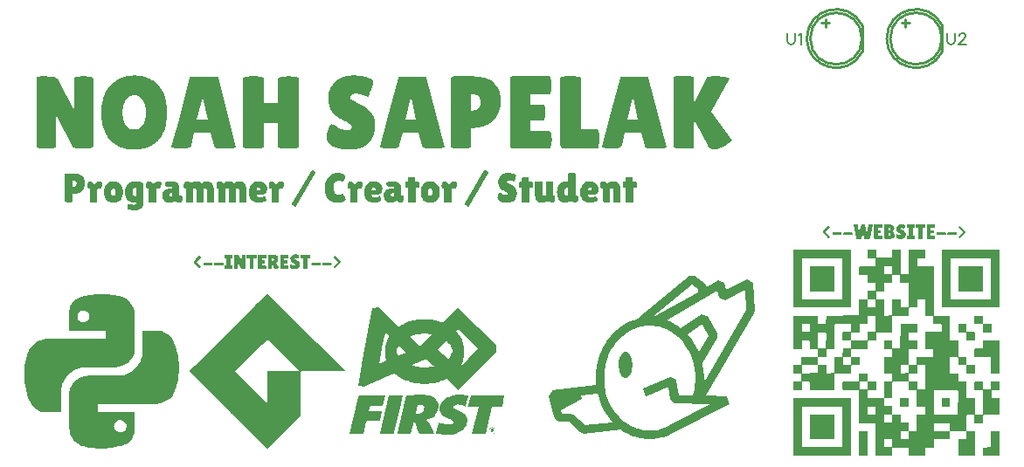
<source format=gto>
G04 Layer: TopSilkscreenLayer*
G04 EasyEDA v6.5.50, 2025-07-03 15:13:51*
G04 8d76fbbc2b194bbaa74efcbd6b1309bf,9a905054fedc498b9ef7db2e0bce7d6d,10*
G04 Gerber Generator version 0.2*
G04 Scale: 100 percent, Rotated: No, Reflected: No *
G04 Dimensions in millimeters *
G04 leading zeros omitted , absolute positions ,4 integer and 5 decimal *
%FSLAX45Y45*%
%MOMM*%

%ADD10C,0.1524*%
%ADD11C,0.2540*%
%ADD12C,0.0162*%

%LPD*%
G36*
X7704378Y7261098D02*
G01*
X7699502Y7255713D01*
X7699502Y6783324D01*
X7783830Y6783324D01*
X7783830Y7176516D01*
X7787538Y7178040D01*
X8177275Y7178243D01*
X8178850Y7171588D01*
X8178038Y6782562D01*
X7790484Y6781749D01*
X7783830Y6783324D01*
X7699502Y6783324D01*
X7699502Y6704685D01*
X7702550Y6698996D01*
X8258098Y6698996D01*
X8261603Y6702501D01*
X8261603Y7258050D01*
X8255914Y7261098D01*
G37*
G36*
X8423097Y7261098D02*
G01*
X8418423Y7256424D01*
X8418423Y7183983D01*
X8421471Y7178243D01*
X8496757Y7178243D01*
X8498382Y7171588D01*
X8497570Y7102094D01*
X8341410Y7100570D01*
X8338616Y7096150D01*
X8338566Y7024217D01*
X8339219Y7022998D01*
X8581136Y7022998D01*
X8581136Y7094829D01*
X8584692Y7098385D01*
X8656523Y7098385D01*
X8658148Y7091730D01*
X8657336Y7022185D01*
X8587790Y7021372D01*
X8581136Y7022998D01*
X8339219Y7022998D01*
X8341614Y7018477D01*
X8416645Y7018477D01*
X8418423Y7013803D01*
X8418423Y6944359D01*
X8421471Y6938619D01*
X8496757Y6938619D01*
X8498382Y6931964D01*
X8497570Y6862419D01*
X8421624Y6860946D01*
X8419185Y6858508D01*
X8417731Y6783578D01*
X8501278Y6783578D01*
X8501278Y6855206D01*
X8504834Y6858711D01*
X8577580Y6858711D01*
X8581136Y6862267D01*
X8581136Y6935063D01*
X8584692Y6938619D01*
X8657488Y6938619D01*
X8661044Y6942175D01*
X8661044Y7014921D01*
X8664600Y7018477D01*
X8736177Y7018477D01*
X8737955Y7013803D01*
X8737955Y6944359D01*
X8741003Y6938619D01*
X8816289Y6938619D01*
X8817914Y6931964D01*
X8817102Y6702653D01*
X8747556Y6701840D01*
X8740902Y6703466D01*
X8740902Y6778752D01*
X8735212Y6781800D01*
X8663228Y6781749D01*
X8658809Y6778955D01*
X8657336Y6622796D01*
X8587790Y6621932D01*
X8581136Y6623608D01*
X8581136Y6778752D01*
X8575446Y6781800D01*
X8505952Y6781800D01*
X8501278Y6783578D01*
X8417731Y6783578D01*
X8417712Y6782562D01*
X8341766Y6781088D01*
X8339277Y6778599D01*
X8338591Y6703466D01*
X8421370Y6703466D01*
X8421370Y6775297D01*
X8424926Y6778853D01*
X8496757Y6778853D01*
X8498382Y6772198D01*
X8497570Y6702653D01*
X8428024Y6701840D01*
X8421370Y6703466D01*
X8338591Y6703466D01*
X8337803Y6622796D01*
X8022234Y6621322D01*
X8019745Y6618833D01*
X8018272Y6542887D01*
X7948777Y6542074D01*
X7942122Y6543700D01*
X7942122Y6618986D01*
X7936382Y6622034D01*
X7704124Y6622034D01*
X7699502Y6617411D01*
X7699502Y6463842D01*
X7782356Y6463842D01*
X7782356Y6535674D01*
X7785862Y6539230D01*
X7857744Y6539230D01*
X7859369Y6532524D01*
X7858506Y6463030D01*
X7789011Y6462166D01*
X7782356Y6463842D01*
X7699502Y6463842D01*
X7699502Y6305296D01*
X7702550Y6299555D01*
X7778800Y6299555D01*
X7782356Y6303111D01*
X7782356Y6375908D01*
X7785862Y6379464D01*
X7857490Y6379464D01*
X7859268Y6374739D01*
X7859268Y6305296D01*
X7859909Y6304076D01*
X7942122Y6304076D01*
X7942122Y6455765D01*
X7945628Y6459321D01*
X8017509Y6459321D01*
X8019084Y6452666D01*
X8018272Y6303264D01*
X7948777Y6302400D01*
X7942122Y6304076D01*
X7859909Y6304076D01*
X7862316Y6299555D01*
X7937601Y6299555D01*
X7939227Y6292900D01*
X7938414Y6223355D01*
X7782559Y6221882D01*
X7780121Y6219444D01*
X7778668Y6144564D01*
X7942122Y6144564D01*
X7942122Y6216142D01*
X7945628Y6219698D01*
X8018424Y6219698D01*
X8021980Y6223254D01*
X8021980Y6295999D01*
X8025536Y6299555D01*
X8098332Y6299555D01*
X8101838Y6303111D01*
X8101838Y6535674D01*
X8105394Y6539230D01*
X8257133Y6539230D01*
X8258759Y6532524D01*
X8257946Y6463030D01*
X8181644Y6461556D01*
X8178850Y6457086D01*
X8178800Y6385153D01*
X8179453Y6383934D01*
X8261603Y6383934D01*
X8261603Y6455765D01*
X8265159Y6459321D01*
X8337956Y6459321D01*
X8341512Y6462877D01*
X8341512Y6535674D01*
X8345068Y6539230D01*
X8417864Y6539230D01*
X8421370Y6542735D01*
X8421370Y6615531D01*
X8424926Y6619087D01*
X8496757Y6619087D01*
X8498382Y6612432D01*
X8497570Y6463030D01*
X8421624Y6461556D01*
X8419185Y6459067D01*
X8417712Y6383121D01*
X8268309Y6382308D01*
X8261603Y6383934D01*
X8179453Y6383934D01*
X8181848Y6379464D01*
X8257133Y6379464D01*
X8258759Y6372809D01*
X8257946Y6303264D01*
X8182000Y6301790D01*
X8179511Y6299301D01*
X8178038Y6223355D01*
X8102092Y6221882D01*
X8099653Y6219444D01*
X8098918Y6144310D01*
X8181746Y6144310D01*
X8181746Y6216142D01*
X8185302Y6219698D01*
X8257133Y6219698D01*
X8258759Y6213043D01*
X8257946Y6143498D01*
X8188401Y6142685D01*
X8181746Y6144310D01*
X8098918Y6144310D01*
X8098180Y6063589D01*
X8028635Y6062776D01*
X8021980Y6064402D01*
X8021980Y6139688D01*
X8016240Y6142736D01*
X7946796Y6142736D01*
X7942122Y6144564D01*
X7778668Y6144564D01*
X7778648Y6143498D01*
X7702346Y6142024D01*
X7699552Y6137605D01*
X7699502Y6065621D01*
X7700155Y6064402D01*
X7782356Y6064402D01*
X7782356Y6136233D01*
X7785862Y6139789D01*
X7937601Y6139789D01*
X7939227Y6133134D01*
X7938414Y6063589D01*
X7789011Y6062776D01*
X7782356Y6064402D01*
X7700155Y6064402D01*
X7702550Y6059932D01*
X7777835Y6059932D01*
X7779461Y6053277D01*
X7778648Y5983732D01*
X7702346Y5982258D01*
X7699552Y5977839D01*
X7699502Y5905855D01*
X7702550Y5900166D01*
X7778800Y5900166D01*
X7782356Y5903722D01*
X7782356Y5976467D01*
X7785862Y5980023D01*
X7857490Y5980023D01*
X7859268Y5975350D01*
X7859268Y5905855D01*
X7862316Y5900166D01*
X8098332Y5900166D01*
X8101838Y5903722D01*
X8101838Y6056376D01*
X8105394Y6059932D01*
X8258098Y6059932D01*
X8261603Y6063488D01*
X8261603Y6136233D01*
X8265159Y6139789D01*
X8337956Y6139789D01*
X8341512Y6143345D01*
X8341512Y6219596D01*
X8335772Y6222644D01*
X8266328Y6222644D01*
X8261603Y6224422D01*
X8261603Y6295999D01*
X8265159Y6299555D01*
X8417864Y6299555D01*
X8421370Y6303111D01*
X8421370Y6375908D01*
X8424926Y6379464D01*
X8497722Y6379464D01*
X8501278Y6382969D01*
X8501278Y6455765D01*
X8504834Y6459321D01*
X8657488Y6459321D01*
X8661044Y6462877D01*
X8661044Y6615531D01*
X8664600Y6619087D01*
X8817254Y6619087D01*
X8820810Y6622643D01*
X8820810Y6695440D01*
X8824366Y6698996D01*
X8897112Y6698996D01*
X8900668Y6702501D01*
X8900668Y6775297D01*
X8904224Y6778853D01*
X8975801Y6778853D01*
X8977579Y6774180D01*
X8977579Y6624828D01*
X8980678Y6619087D01*
X9055709Y6619087D01*
X9057487Y6614414D01*
X9057487Y6544919D01*
X9060535Y6539230D01*
X9135821Y6539230D01*
X9137446Y6532524D01*
X9136634Y6463030D01*
X8980474Y6461556D01*
X8977630Y6457086D01*
X8977579Y6305296D01*
X8980678Y6299555D01*
X9055963Y6299555D01*
X9057589Y6292900D01*
X9056725Y6223355D01*
X8900922Y6221882D01*
X8898432Y6219444D01*
X8896959Y6143498D01*
X8827465Y6142685D01*
X8820810Y6144310D01*
X8820810Y6295999D01*
X8824366Y6299555D01*
X8897112Y6299555D01*
X8900668Y6303111D01*
X8900668Y6379362D01*
X8894978Y6382410D01*
X8825484Y6382410D01*
X8820810Y6384188D01*
X8820810Y6455765D01*
X8824366Y6459321D01*
X8897112Y6459321D01*
X8900668Y6462877D01*
X8900668Y6539128D01*
X8894978Y6542176D01*
X8743137Y6542125D01*
X8738717Y6539331D01*
X8737193Y6303264D01*
X8667699Y6302400D01*
X8661044Y6304076D01*
X8661044Y6379362D01*
X8655304Y6382410D01*
X8582863Y6382410D01*
X8578189Y6377736D01*
X8578189Y6305296D01*
X8581237Y6299555D01*
X8656523Y6299555D01*
X8658148Y6292900D01*
X8657336Y6223355D01*
X8581034Y6221882D01*
X8578240Y6217462D01*
X8578189Y6065621D01*
X8578842Y6064402D01*
X8740902Y6064402D01*
X8740902Y6136233D01*
X8744458Y6139789D01*
X8816289Y6139789D01*
X8817914Y6133134D01*
X8817102Y6063589D01*
X8747556Y6062776D01*
X8740902Y6064402D01*
X8578842Y6064402D01*
X8581237Y6059932D01*
X8656523Y6059932D01*
X8658148Y6053277D01*
X8657348Y5984798D01*
X8820810Y5984798D01*
X8820810Y6056376D01*
X8824366Y6059932D01*
X8897112Y6059932D01*
X8900668Y6063488D01*
X8900668Y6136233D01*
X8904224Y6139789D01*
X8976055Y6139789D01*
X8977680Y6133134D01*
X8976868Y5903874D01*
X8907322Y5903010D01*
X8900668Y5904636D01*
X8900668Y5979922D01*
X8894978Y5982970D01*
X8825484Y5982970D01*
X8820810Y5984798D01*
X8657348Y5984798D01*
X8657336Y5983732D01*
X8581390Y5982258D01*
X8578951Y5979769D01*
X8577478Y5823966D01*
X8428024Y5823153D01*
X8421370Y5824778D01*
X8421370Y5896610D01*
X8424926Y5900166D01*
X8497722Y5900166D01*
X8501278Y5903722D01*
X8501278Y5979922D01*
X8495538Y5982970D01*
X8426043Y5982970D01*
X8421370Y5984798D01*
X8421370Y6059830D01*
X8415680Y6062878D01*
X8343747Y6062827D01*
X8339277Y6060033D01*
X8337803Y5983732D01*
X8181644Y5982258D01*
X8178850Y5977839D01*
X8178800Y5905855D01*
X8179453Y5904636D01*
X8341512Y5904636D01*
X8341512Y5976467D01*
X8345068Y5980023D01*
X8416899Y5980023D01*
X8418525Y5973368D01*
X8417712Y5903874D01*
X8348167Y5903010D01*
X8341512Y5904636D01*
X8179453Y5904636D01*
X8181848Y5900166D01*
X8336737Y5900166D01*
X8338566Y5895492D01*
X8338566Y5745124D01*
X8581136Y5745124D01*
X8581136Y5816701D01*
X8584692Y5820257D01*
X8657488Y5820257D01*
X8661044Y5823813D01*
X8661044Y5976467D01*
X8664600Y5980023D01*
X8816035Y5980023D01*
X8817813Y5975350D01*
X8817813Y5905855D01*
X8820912Y5900166D01*
X8895943Y5900166D01*
X8897721Y5895492D01*
X8897721Y5746089D01*
X8900769Y5740400D01*
X8976055Y5740400D01*
X8977680Y5733745D01*
X8976877Y5665012D01*
X9060434Y5665012D01*
X9060434Y5896610D01*
X9063990Y5900166D01*
X9295587Y5900166D01*
X9297212Y5893511D01*
X9296400Y5664200D01*
X9067088Y5663387D01*
X9060434Y5665012D01*
X8976877Y5665012D01*
X8976868Y5664200D01*
X8900922Y5662726D01*
X8898432Y5660288D01*
X8896967Y5505246D01*
X9060434Y5505246D01*
X9060434Y5577078D01*
X9063990Y5580634D01*
X9215729Y5580634D01*
X9217355Y5573979D01*
X9216491Y5504434D01*
X9067088Y5503621D01*
X9060434Y5505246D01*
X8896967Y5505246D01*
X8896959Y5504434D01*
X8827465Y5503621D01*
X8820810Y5505246D01*
X8820810Y5580532D01*
X8815070Y5583580D01*
X8745575Y5583580D01*
X8740902Y5585358D01*
X8740902Y5660390D01*
X8735212Y5663488D01*
X8665718Y5663488D01*
X8661044Y5665266D01*
X8661044Y5740298D01*
X8655304Y5743346D01*
X8585809Y5743346D01*
X8581136Y5745124D01*
X8338566Y5745124D01*
X8338566Y5665012D01*
X8421370Y5665012D01*
X8421370Y5736844D01*
X8424926Y5740400D01*
X8496757Y5740400D01*
X8498382Y5733745D01*
X8497570Y5664200D01*
X8428024Y5663387D01*
X8421370Y5665012D01*
X8338566Y5665012D01*
X8338566Y5586374D01*
X8339234Y5585104D01*
X8581136Y5585104D01*
X8581136Y5656935D01*
X8584692Y5660491D01*
X8656523Y5660491D01*
X8658148Y5653836D01*
X8657336Y5584342D01*
X8587790Y5583478D01*
X8581136Y5585104D01*
X8339234Y5585104D01*
X8341614Y5580634D01*
X8496503Y5580634D01*
X8498332Y5575960D01*
X8498332Y5425338D01*
X8740902Y5425338D01*
X8740902Y5497220D01*
X8744458Y5500725D01*
X8816289Y5500725D01*
X8817914Y5494070D01*
X8817102Y5424576D01*
X8747556Y5423712D01*
X8740902Y5425338D01*
X8498332Y5425338D01*
X8498332Y5345480D01*
X8581136Y5345480D01*
X8581136Y5417312D01*
X8584692Y5420868D01*
X8656523Y5420868D01*
X8658148Y5414213D01*
X8657336Y5344668D01*
X8587790Y5343855D01*
X8581136Y5345480D01*
X8498332Y5345480D01*
X8498332Y5266842D01*
X8501380Y5261102D01*
X8657488Y5261102D01*
X8661044Y5264658D01*
X8661044Y5337454D01*
X8664600Y5341010D01*
X8816035Y5341010D01*
X8817813Y5336286D01*
X8817813Y5266842D01*
X8820912Y5261102D01*
X8977020Y5261102D01*
X8980576Y5264658D01*
X8980576Y5337454D01*
X8984132Y5341010D01*
X9056878Y5341010D01*
X9060434Y5344515D01*
X9060434Y5417312D01*
X9063990Y5420868D01*
X9216644Y5420868D01*
X9220200Y5424424D01*
X9220200Y5497220D01*
X9223756Y5500725D01*
X9375495Y5500725D01*
X9377121Y5494070D01*
X9376257Y5424576D01*
X9299956Y5423103D01*
X9297162Y5418632D01*
X9297111Y5266842D01*
X9300210Y5261102D01*
X9456318Y5261102D01*
X9459874Y5264658D01*
X9459874Y5500624D01*
X9454134Y5503722D01*
X9384639Y5503722D01*
X9379966Y5505500D01*
X9379966Y5656935D01*
X9383522Y5660491D01*
X9455099Y5660491D01*
X9456877Y5655818D01*
X9456877Y5586374D01*
X9459976Y5580634D01*
X9536176Y5580634D01*
X9539732Y5584190D01*
X9539732Y5656935D01*
X9543288Y5660491D01*
X9695942Y5660491D01*
X9699498Y5664047D01*
X9699498Y5820156D01*
X9693757Y5823254D01*
X9624314Y5823254D01*
X9619589Y5825032D01*
X9619589Y5896610D01*
X9623145Y5900166D01*
X9695942Y5900166D01*
X9699498Y5903722D01*
X9699498Y5979922D01*
X9693757Y5982970D01*
X9621824Y5982970D01*
X9617405Y5980125D01*
X9615932Y5903874D01*
X9546386Y5903010D01*
X9539732Y5904636D01*
X9539732Y5979922D01*
X9533991Y5982970D01*
X9461550Y5982970D01*
X9456877Y5978347D01*
X9456877Y5905855D01*
X9459976Y5900166D01*
X9535210Y5900166D01*
X9536836Y5893511D01*
X9536023Y5664200D01*
X9466529Y5663387D01*
X9459874Y5665012D01*
X9459874Y5820156D01*
X9454134Y5823254D01*
X9384639Y5823254D01*
X9379966Y5825032D01*
X9379966Y5979922D01*
X9374225Y5982970D01*
X9304782Y5982970D01*
X9300108Y5984798D01*
X9300108Y6059830D01*
X9294368Y6062878D01*
X9224873Y6062878D01*
X9220200Y6064656D01*
X9220200Y6216142D01*
X9223756Y6219698D01*
X9295333Y6219698D01*
X9297111Y6215024D01*
X9297111Y6145530D01*
X9300210Y6139789D01*
X9375190Y6139789D01*
X9377019Y6135116D01*
X9377019Y6065621D01*
X9380067Y6059932D01*
X9456318Y6059932D01*
X9459874Y6063488D01*
X9459874Y6139688D01*
X9454134Y6142736D01*
X9384639Y6142736D01*
X9379966Y6144564D01*
X9379966Y6219596D01*
X9374225Y6222644D01*
X9304782Y6222644D01*
X9300108Y6224422D01*
X9300108Y6379362D01*
X9294368Y6382410D01*
X9224873Y6382410D01*
X9220200Y6384188D01*
X9220200Y6618986D01*
X9214459Y6622034D01*
X9065107Y6622034D01*
X9060434Y6623862D01*
X9060434Y7098284D01*
X9054693Y7101331D01*
X8905341Y7101331D01*
X8900668Y7103109D01*
X8900668Y7174687D01*
X8904224Y7178243D01*
X8977020Y7178243D01*
X8980576Y7181799D01*
X8980576Y7258050D01*
X8974836Y7261098D01*
X8822994Y7261047D01*
X8818575Y7258253D01*
X8817102Y7022185D01*
X8747556Y7021372D01*
X8740902Y7022998D01*
X8740902Y7258050D01*
X8735212Y7261098D01*
X8663228Y7261047D01*
X8658809Y7258253D01*
X8657336Y7181951D01*
X8507933Y7181138D01*
X8501278Y7182764D01*
X8501278Y7258050D01*
X8495538Y7261098D01*
G37*
G36*
X9142272Y7261098D02*
G01*
X9137345Y7255713D01*
X9137345Y6783324D01*
X9221673Y6783324D01*
X9221673Y7176516D01*
X9225381Y7178040D01*
X9615119Y7178243D01*
X9616744Y7171588D01*
X9615932Y6782562D01*
X9228328Y6781749D01*
X9221673Y6783324D01*
X9137345Y6783324D01*
X9137345Y6704685D01*
X9140444Y6698996D01*
X9695942Y6698996D01*
X9699498Y6702501D01*
X9699498Y7258050D01*
X9693757Y7261098D01*
G37*
G36*
X7863890Y7101331D02*
G01*
X7859268Y7096709D01*
X7859268Y6864451D01*
X7862316Y6858711D01*
X8098332Y6858711D01*
X8101838Y6862267D01*
X8101838Y7098284D01*
X8096148Y7101331D01*
G37*
G36*
X9301784Y7101331D02*
G01*
X9297111Y7096709D01*
X9297111Y6864451D01*
X9300210Y6858711D01*
X9536176Y6858711D01*
X9539732Y6862267D01*
X9539732Y7098284D01*
X9533991Y7101331D01*
G37*
G36*
X9461550Y6622034D02*
G01*
X9456877Y6617411D01*
X9456877Y6544919D01*
X9459976Y6539230D01*
X9534956Y6539230D01*
X9536785Y6534505D01*
X9536785Y6465062D01*
X9539833Y6459321D01*
X9616084Y6459321D01*
X9619589Y6462877D01*
X9619589Y6539128D01*
X9613900Y6542176D01*
X9544405Y6542176D01*
X9539732Y6543954D01*
X9539732Y6618986D01*
X9533991Y6622034D01*
G37*
G36*
X9301784Y6542176D02*
G01*
X9297111Y6537502D01*
X9297111Y6465062D01*
X9300210Y6459321D01*
X9375190Y6459321D01*
X9377019Y6454648D01*
X9377019Y6385153D01*
X9380067Y6379464D01*
X9456318Y6379464D01*
X9459874Y6382969D01*
X9459874Y6459220D01*
X9454134Y6462268D01*
X9384639Y6462268D01*
X9379966Y6464096D01*
X9379966Y6539128D01*
X9374225Y6542176D01*
G37*
G36*
X9693757Y6382410D02*
G01*
X9541967Y6382359D01*
X9537496Y6379565D01*
X9536023Y6303264D01*
X9459722Y6301790D01*
X9456928Y6297320D01*
X9456877Y6225387D01*
X9459976Y6219698D01*
X9614865Y6219698D01*
X9616643Y6215024D01*
X9616643Y6065621D01*
X9619742Y6059932D01*
X9695942Y6059932D01*
X9699498Y6063488D01*
X9699498Y6379362D01*
G37*
G36*
X7704378Y5823254D02*
G01*
X7699502Y5817819D01*
X7699502Y5345480D01*
X7783830Y5345480D01*
X7783830Y5738672D01*
X7787538Y5740146D01*
X8177275Y5740400D01*
X8178850Y5733745D01*
X8178038Y5344668D01*
X7790484Y5343855D01*
X7783830Y5345480D01*
X7699502Y5345480D01*
X7699502Y5266842D01*
X7702550Y5261102D01*
X8258098Y5261102D01*
X8261603Y5264658D01*
X8261603Y5820156D01*
X8255914Y5823254D01*
G37*
G36*
X8742629Y5823254D02*
G01*
X8737955Y5818581D01*
X8737955Y5746089D01*
X8741003Y5740400D01*
X8817254Y5740400D01*
X8820810Y5743956D01*
X8820810Y5820156D01*
X8815070Y5823254D01*
G37*
G36*
X9142018Y5823254D02*
G01*
X9137345Y5818581D01*
X9137345Y5746089D01*
X9140444Y5740400D01*
X9216644Y5740400D01*
X9220200Y5743956D01*
X9220200Y5820156D01*
X9214459Y5823254D01*
G37*
G36*
X7863890Y5663488D02*
G01*
X7859268Y5658815D01*
X7859268Y5426608D01*
X7862316Y5420868D01*
X8098332Y5420868D01*
X8101838Y5424424D01*
X8101838Y5660390D01*
X8096148Y5663488D01*
G37*
G36*
X8343188Y5503722D02*
G01*
X8338566Y5499049D01*
X8338566Y5266842D01*
X8341614Y5261102D01*
X8417864Y5261102D01*
X8421370Y5264658D01*
X8421370Y5500624D01*
X8415680Y5503722D01*
G37*
G36*
X9693757Y5503722D02*
G01*
X9621824Y5503672D01*
X9617405Y5500878D01*
X9615932Y5344668D01*
X9539630Y5343194D01*
X9536836Y5338775D01*
X9536785Y5266842D01*
X9539833Y5261102D01*
X9695942Y5261102D01*
X9699498Y5264658D01*
X9699498Y5500624D01*
G37*
G36*
X6744258Y7011365D02*
G01*
X6742175Y7011111D01*
X6694424Y7009688D01*
X6692798Y7009079D01*
X6211458Y6606286D01*
X6339890Y6606286D01*
X6720738Y6924903D01*
X6722008Y6924903D01*
X6778396Y6882688D01*
X6779920Y6881317D01*
X6776212Y6850380D01*
X6775094Y6849313D01*
X6349441Y6605930D01*
X6344056Y6605219D01*
X6339890Y6606286D01*
X6211458Y6606286D01*
X6195009Y6592519D01*
X6174841Y6587083D01*
X6151836Y6579514D01*
X6469278Y6579514D01*
X6965950Y6863537D01*
X6967778Y6863994D01*
X6984238Y6798716D01*
X7042861Y6771995D01*
X7232091Y6868718D01*
X7233208Y6868922D01*
X7234123Y6860286D01*
X7244130Y6675678D01*
X6833565Y5978245D01*
X6833565Y6048400D01*
X6831431Y6074765D01*
X6827418Y6108903D01*
X6822389Y6138875D01*
X6817563Y6161532D01*
X6966356Y6403644D01*
X6967067Y6445300D01*
X6868769Y6619798D01*
X6860794Y6621830D01*
X6809486Y6633667D01*
X6612229Y6498640D01*
X6597142Y6510426D01*
X6575856Y6525361D01*
X6557213Y6537198D01*
X6531406Y6552031D01*
X6506667Y6564122D01*
X6481165Y6574739D01*
X6470446Y6578498D01*
X6469278Y6579514D01*
X6151836Y6579514D01*
X6147968Y6578244D01*
X6118453Y6566560D01*
X6082639Y6548881D01*
X6057950Y6534404D01*
X6033262Y6517944D01*
X6008471Y6499402D01*
X5987999Y6482334D01*
X5968187Y6464046D01*
X5943498Y6438696D01*
X5928563Y6421424D01*
X5915355Y6404914D01*
X5901334Y6386017D01*
X5885332Y6362242D01*
X5870041Y6336588D01*
X5858967Y6316370D01*
X5843625Y6284722D01*
X5832144Y6257544D01*
X5820562Y6226251D01*
X5812078Y6199073D01*
X5804154Y6169456D01*
X5797397Y6138164D01*
X5792419Y6108496D01*
X5789117Y6081318D01*
X5786628Y6050178D01*
X5785612Y6006388D01*
X5786535Y5988304D01*
X5868670Y5988304D01*
X5868670Y6043472D01*
X5870702Y6070650D01*
X5873953Y6099454D01*
X5877356Y6120841D01*
X5883097Y6148882D01*
X5888685Y6171082D01*
X5896254Y6196634D01*
X5906922Y6225895D01*
X5917844Y6251803D01*
X5934760Y6285534D01*
X5950966Y6312712D01*
X5964732Y6333286D01*
X5985713Y6361277D01*
X6003340Y6381902D01*
X6024829Y6404660D01*
X6047740Y6425438D01*
X6070498Y6443624D01*
X6091123Y6458051D01*
X6117234Y6473850D01*
X6152642Y6491427D01*
X6173216Y6499809D01*
X6197549Y6508242D01*
X6221780Y6514744D01*
X6242405Y6518909D01*
X6265418Y6522161D01*
X6288481Y6523939D01*
X6297574Y6524447D01*
X6317335Y6524701D01*
X6346139Y6523075D01*
X6373317Y6519672D01*
X6401308Y6514084D01*
X6424371Y6507530D01*
X6448755Y6499098D01*
X6470446Y6490004D01*
X6495186Y6477914D01*
X6517385Y6465214D01*
X6538823Y6451244D01*
X6552449Y6441033D01*
X6674205Y6441033D01*
X6818731Y6540144D01*
X6821474Y6535826D01*
X6883298Y6425996D01*
X6785356Y6266586D01*
X6784136Y6266180D01*
X6775196Y6287211D01*
X6754164Y6329172D01*
X6738264Y6356350D01*
X6717893Y6387134D01*
X6699758Y6411264D01*
X6684314Y6429654D01*
X6674205Y6441033D01*
X6552449Y6441033D01*
X6563512Y6432702D01*
X6582460Y6416548D01*
X6613855Y6385153D01*
X6634937Y6360464D01*
X6654698Y6334099D01*
X6671564Y6308598D01*
X6685025Y6285534D01*
X6701231Y6253429D01*
X6709816Y6233668D01*
X6718452Y6211417D01*
X6727698Y6183426D01*
X6733489Y6162649D01*
X6738315Y6142278D01*
X6743293Y6116726D01*
X6746646Y6094526D01*
X6749948Y6062421D01*
X6751878Y6023711D01*
X6750862Y5982462D01*
X6748322Y5951270D01*
X6745020Y5925718D01*
X6740144Y5897727D01*
X6734454Y5872429D01*
X6728409Y5849975D01*
X6727190Y5848654D01*
X6587947Y5851601D01*
X6568135Y5995466D01*
X6567627Y5995924D01*
X6511747Y6027572D01*
X6508343Y6026810D01*
X6242812Y5913628D01*
X6242812Y5911951D01*
X6274257Y5838037D01*
X6276136Y5838088D01*
X6493510Y5930798D01*
X6493814Y5930646D01*
X6510426Y5809640D01*
X6511391Y5805017D01*
X6551320Y5769660D01*
X6886295Y5763107D01*
X6896608Y5762701D01*
X6533997Y5574131D01*
X6469634Y5541060D01*
X6448247Y5532323D01*
X6425184Y5524195D01*
X6402222Y5517692D01*
X6379057Y5512917D01*
X6363411Y5510377D01*
X6339535Y5507786D01*
X6300012Y5506821D01*
X6270396Y5508752D01*
X6251448Y5511190D01*
X6227572Y5515457D01*
X6202883Y5521706D01*
X6181445Y5528614D01*
X6154267Y5539333D01*
X6124651Y5553659D01*
X6100978Y5567222D01*
X6080048Y5580989D01*
X6060338Y5595721D01*
X6039866Y5612841D01*
X6012180Y5639917D01*
X5995924Y5658104D01*
X5984900Y5671312D01*
X5964986Y5697626D01*
X5948222Y5723178D01*
X5934760Y5746242D01*
X5918555Y5778347D01*
X5908548Y5801563D01*
X5900369Y5823153D01*
X5891225Y5851194D01*
X5884773Y5875477D01*
X5878982Y5901842D01*
X5874004Y5931560D01*
X5870702Y5961126D01*
X5868670Y5988304D01*
X5786535Y5988304D01*
X5787542Y5968542D01*
X5789726Y5945479D01*
X5789523Y5945225D01*
X5367934Y5894832D01*
X5361990Y5893917D01*
X5327751Y5842558D01*
X5327751Y5840577D01*
X5364882Y5706364D01*
X5450484Y5706364D01*
X5451957Y5707735D01*
X5648706Y5814364D01*
X5649772Y5815380D01*
X5639409Y5843371D01*
X5640222Y5844184D01*
X5798566Y5863386D01*
X5803849Y5863539D01*
X5808827Y5844082D01*
X5817768Y5813755D01*
X5828487Y5783275D01*
X5837529Y5760974D01*
X5846927Y5739638D01*
X5865622Y5702604D01*
X5881522Y5675426D01*
X5902045Y5644388D01*
X5921552Y5618581D01*
X5937758Y5599430D01*
X5948172Y5587746D01*
X5945276Y5587746D01*
X5680151Y5561279D01*
X5674258Y5566918D01*
X5570321Y5662218D01*
X5543346Y5672582D01*
X5488990Y5672734D01*
X5459476Y5673750D01*
X5450484Y5706364D01*
X5364882Y5706364D01*
X5388559Y5620867D01*
X5428081Y5590641D01*
X5527090Y5590032D01*
X5638038Y5488127D01*
X5670194Y5477357D01*
X6033211Y5513578D01*
X6060440Y5495696D01*
X6079337Y5484571D01*
X6105702Y5470906D01*
X6128766Y5460695D01*
X6149340Y5452872D01*
X6171996Y5445302D01*
X6196177Y5438698D01*
X6221780Y5433009D01*
X6246520Y5428894D01*
X6268720Y5426354D01*
X6291783Y5424678D01*
X6328003Y5424678D01*
X6351066Y5426354D01*
X6373317Y5428894D01*
X6393586Y5432145D01*
X6416954Y5437073D01*
X6442456Y5443728D01*
X6461404Y5449570D01*
X6490208Y5460288D01*
X6515862Y5471668D01*
X7078624Y5764580D01*
X7060641Y5841390D01*
X7059828Y5842203D01*
X6852615Y5846318D01*
X6852005Y5846927D01*
X7321550Y6644538D01*
X7327188Y6667906D01*
X7312406Y6936740D01*
X7311136Y6937908D01*
X7253376Y6971030D01*
X7251039Y6970928D01*
X7051751Y6869125D01*
X7034479Y6937451D01*
X6975195Y6962749D01*
X6973265Y6962749D01*
X6862876Y6899605D01*
X6848551Y6933133D01*
G37*
G36*
X6078575Y6269482D02*
G01*
X6069482Y6269329D01*
X6062065Y6267246D01*
X6055868Y6264605D01*
X6046978Y6258712D01*
X6036157Y6248044D01*
X6028740Y6237579D01*
X6022035Y6224270D01*
X6014872Y6202375D01*
X6010706Y6180988D01*
X6008573Y6164529D01*
X6008674Y6123330D01*
X6012332Y6099454D01*
X6017361Y6078880D01*
X6023152Y6063234D01*
X6027318Y6055004D01*
X6035090Y6043472D01*
X6042914Y6034735D01*
X6052159Y6027623D01*
X6061252Y6023051D01*
X6069482Y6020866D01*
X6081014Y6020866D01*
X6092342Y6024880D01*
X6101588Y6030976D01*
X6111036Y6039967D01*
X6117488Y6048400D01*
X6123940Y6059119D01*
X6130696Y6075578D01*
X6135674Y6094526D01*
X6138316Y6108496D01*
X6140704Y6130747D01*
X6140704Y6159550D01*
X6138265Y6182156D01*
X6133947Y6203188D01*
X6126784Y6225133D01*
X6119012Y6239865D01*
X6108649Y6252921D01*
X6097778Y6261912D01*
X6088278Y6266942D01*
G37*
G36*
X3682492Y6702196D02*
G01*
X3662375Y6700266D01*
X3638702Y6698284D01*
X3628593Y6697065D01*
X3620566Y6697065D01*
X3618585Y6695135D01*
X3578313Y6473748D01*
X4430522Y6473748D01*
X4430928Y6474866D01*
X4448708Y6493560D01*
X4450232Y6493560D01*
X4648200Y6303873D01*
X4648200Y6301689D01*
X4647234Y6301282D01*
X4464862Y6111087D01*
X4463186Y6110274D01*
X4467555Y6116980D01*
X4476800Y6132525D01*
X4484116Y6146444D01*
X4489602Y6159195D01*
X4492802Y6167526D01*
X4496968Y6180328D01*
X4500880Y6196330D01*
X4502251Y6203391D01*
X4505147Y6223863D01*
X4505147Y6321755D01*
X4503521Y6334556D01*
X4500880Y6349898D01*
X4498340Y6360820D01*
X4494276Y6374231D01*
X4491736Y6381597D01*
X4488230Y6389878D01*
X4488230Y6390538D01*
X4480255Y6407505D01*
X4474159Y6418173D01*
X4474159Y6418681D01*
X4467758Y6428638D01*
X4461103Y6438239D01*
X4452112Y6450076D01*
X4447590Y6455511D01*
X4437989Y6466382D01*
X4430522Y6473748D01*
X3578313Y6473748D01*
X3520305Y6156350D01*
X3686352Y6156350D01*
X3724198Y6354419D01*
X3725367Y6359499D01*
X3728059Y6374231D01*
X3729177Y6379362D01*
X3730599Y6387693D01*
X3742791Y6451041D01*
X3744620Y6458864D01*
X3744620Y6462014D01*
X3745433Y6462826D01*
X3783126Y6426098D01*
X3784142Y6424168D01*
X3779656Y6416954D01*
X3983939Y6416954D01*
X3983939Y6417919D01*
X3993235Y6421780D01*
X4000906Y6424574D01*
X4003446Y6425692D01*
X4019448Y6430873D01*
X4027119Y6433159D01*
X4043121Y6437223D01*
X4062323Y6441033D01*
X4079595Y6443624D01*
X4103928Y6446062D01*
X4148378Y6446215D01*
X4175607Y6443573D01*
X4192270Y6441033D01*
X4195114Y6440424D01*
X4195114Y6439509D01*
X4084218Y6323380D01*
X4082186Y6323380D01*
X3983939Y6416954D01*
X3779656Y6416954D01*
X3768598Y6395364D01*
X3764279Y6385102D01*
X3760520Y6374892D01*
X3756761Y6362395D01*
X3754374Y6352489D01*
X3752443Y6342888D01*
X3751072Y6333896D01*
X3749751Y6323025D01*
X3748379Y6287871D01*
X3748470Y6283452D01*
X3854907Y6283452D01*
X3858666Y6296152D01*
X3863898Y6309614D01*
X3870756Y6323025D01*
X3876497Y6332372D01*
X3877919Y6331915D01*
X3914464Y6295948D01*
X4258970Y6295948D01*
X4299762Y6338214D01*
X4300372Y6339230D01*
X4330547Y6370370D01*
X4336745Y6377127D01*
X4337659Y6377127D01*
X4348378Y6367678D01*
X4360570Y6355029D01*
X4365040Y6349898D01*
X4369460Y6344158D01*
X4370171Y6343497D01*
X4377994Y6332626D01*
X4385564Y6319824D01*
X4391507Y6307683D01*
X4395571Y6297422D01*
X4399940Y6283198D01*
X4398772Y6280150D01*
X4395520Y6269278D01*
X4391558Y6259068D01*
X4384344Y6244336D01*
X4380992Y6239205D01*
X4379366Y6236004D01*
X4370120Y6223101D01*
X4362500Y6213602D01*
X4353966Y6204712D01*
X4309516Y6247536D01*
X4308551Y6248146D01*
X4258970Y6295948D01*
X3914464Y6295948D01*
X3947972Y6262878D01*
X3947769Y6261150D01*
X3936898Y6256934D01*
X3877665Y6235039D01*
X3875938Y6235039D01*
X3869436Y6246266D01*
X3864406Y6256477D01*
X3861104Y6263792D01*
X3856482Y6277610D01*
X3854907Y6283452D01*
X3748470Y6283452D01*
X3749751Y6223863D01*
X3751072Y6212332D01*
X3752443Y6203391D01*
X3755440Y6188659D01*
X3755491Y6187033D01*
X3687724Y6156350D01*
X3520305Y6156350D01*
X3517276Y6139688D01*
X4011371Y6139688D01*
X4144873Y6199733D01*
X4146600Y6199835D01*
X4150664Y6196482D01*
X4181856Y6166256D01*
X4182821Y6165596D01*
X4214723Y6134658D01*
X4217822Y6132118D01*
X4216349Y6130594D01*
X4194810Y6126276D01*
X4179468Y6123787D01*
X4161536Y6121704D01*
X4128262Y6120028D01*
X4100728Y6121095D01*
X4085996Y6122466D01*
X4075125Y6123787D01*
X4056583Y6126784D01*
X4043781Y6129426D01*
X4025849Y6133947D01*
X4011828Y6138265D01*
X4011371Y6139688D01*
X3517276Y6139688D01*
X3480765Y5940653D01*
X3481628Y5939790D01*
X3496005Y5938824D01*
X3544570Y5934913D01*
X3545078Y5934405D01*
X3594252Y5956046D01*
X3594811Y5956046D01*
X3652520Y5981649D01*
X3653078Y5981649D01*
X3710736Y6007252D01*
X3711295Y6007252D01*
X3742740Y6021324D01*
X3743299Y6021324D01*
X3834739Y6061608D01*
X3835400Y6061608D01*
X3847134Y6051346D01*
X3864610Y6038088D01*
X3883812Y6025337D01*
X3897223Y6017310D01*
X3910685Y6010046D01*
X3927957Y6001613D01*
X3947769Y5993130D01*
X3963162Y5987288D01*
X3982364Y5980836D01*
X3995165Y5977229D01*
X4012437Y5972759D01*
X4024579Y5970117D01*
X4041241Y5966917D01*
X4057700Y5964377D01*
X4067454Y5963107D01*
X4080256Y5961837D01*
X4104589Y5959856D01*
X4150004Y5959856D01*
X4182008Y5962497D01*
X4205986Y5965748D01*
X4223613Y5968847D01*
X4244695Y5973368D01*
X4259427Y5977229D01*
X4272229Y5980836D01*
X4291431Y5987288D01*
X4307433Y5993384D01*
X4326636Y6001613D01*
X4343552Y6009894D01*
X4345381Y6009487D01*
X4460951Y5898438D01*
X4462373Y5898438D01*
X4822291Y6273292D01*
X4824831Y6276543D01*
X4824831Y6337096D01*
X4792522Y6368491D01*
X4504080Y6645554D01*
X4503064Y6646214D01*
X4446930Y6700266D01*
X4445558Y6700266D01*
X4304842Y6553657D01*
X4299102Y6556095D01*
X4290822Y6558940D01*
X4288231Y6560058D01*
X4254957Y6570268D01*
X4236059Y6574790D01*
X4222648Y6577482D01*
X4209034Y6579920D01*
X4191609Y6582460D01*
X4158335Y6586016D01*
X4097528Y6586067D01*
X4068724Y6583121D01*
X4049522Y6580530D01*
X4030979Y6577279D01*
X4004767Y6571538D01*
X3990644Y6567627D01*
X3977894Y6563817D01*
X3961892Y6558330D01*
X3945890Y6552234D01*
X3937863Y6548628D01*
X3937203Y6548628D01*
X3931158Y6545884D01*
X3904996Y6533032D01*
X3883151Y6520281D01*
X3878681Y6517284D01*
X3877767Y6517284D01*
G37*
G36*
X4085082Y5854954D02*
G01*
X4041241Y5853125D01*
X4004767Y5850483D01*
X3965092Y5846673D01*
X3954373Y5845352D01*
X3952240Y5844692D01*
X3911760Y5669534D01*
X4041546Y5669534D01*
X4041546Y5671261D01*
X4060850Y5753506D01*
X4061866Y5756148D01*
X4070654Y5757672D01*
X4075125Y5758180D01*
X4095800Y5757773D01*
X4106519Y5754878D01*
X4112260Y5752033D01*
X4117441Y5748223D01*
X4121912Y5741365D01*
X4123740Y5736234D01*
X4123639Y5720791D01*
X4121404Y5711901D01*
X4118101Y5703570D01*
X4112920Y5694832D01*
X4103319Y5684926D01*
X4093718Y5678525D01*
X4085285Y5674512D01*
X4075785Y5671362D01*
X4066184Y5669432D01*
X4050588Y5667857D01*
X4041546Y5669534D01*
X3911760Y5669534D01*
X3868674Y5483453D01*
X3866184Y5473700D01*
X3866184Y5472277D01*
X3996080Y5472277D01*
X4025137Y5598972D01*
X4025849Y5598972D01*
X4039514Y5566003D01*
X4052925Y5532069D01*
X4062984Y5505551D01*
X4066489Y5495594D01*
X4067098Y5494324D01*
X4068927Y5488584D01*
X4074972Y5472277D01*
X4221378Y5472277D01*
X4221378Y5473598D01*
X4200550Y5519267D01*
X4176572Y5567273D01*
X4164228Y5589676D01*
X4160570Y5595010D01*
X4160570Y5595924D01*
X4154830Y5603951D01*
X4148277Y5609691D01*
X4149039Y5610961D01*
X4164076Y5615686D01*
X4184548Y5623509D01*
X4194810Y5628589D01*
X4209542Y5638292D01*
X4226814Y5655310D01*
X4231944Y5661863D01*
X4233265Y5663285D01*
X4241190Y5675020D01*
X4243984Y5679897D01*
X4248607Y5688888D01*
X4253534Y5701030D01*
X4256582Y5711444D01*
X4259021Y5722772D01*
X4260342Y5731103D01*
X4261764Y5747918D01*
X4260342Y5763717D01*
X4257700Y5775909D01*
X4254042Y5786831D01*
X4248861Y5797397D01*
X4240987Y5809132D01*
X4227423Y5822746D01*
X4214012Y5831687D01*
X4202480Y5837174D01*
X4196740Y5839510D01*
X4185208Y5843219D01*
X4174947Y5845911D01*
X4155795Y5849721D01*
X4146804Y5851042D01*
X4135932Y5852312D01*
X4120591Y5853684D01*
G37*
G36*
X4466082Y5854954D02*
G01*
X4436059Y5853125D01*
X4417517Y5850585D01*
X4406646Y5848451D01*
X4395724Y5845860D01*
X4375251Y5839510D01*
X4363110Y5834583D01*
X4346448Y5826506D01*
X4333036Y5818530D01*
X4322368Y5810859D01*
X4315764Y5805373D01*
X4305655Y5795721D01*
X4296308Y5785104D01*
X4287418Y5772048D01*
X4279595Y5755944D01*
X4279595Y5754065D01*
X4278528Y5752846D01*
X4274566Y5738164D01*
X4272991Y5729173D01*
X4272991Y5707430D01*
X4274515Y5700369D01*
X4275886Y5695289D01*
X4277207Y5691428D01*
X4281170Y5682488D01*
X4284980Y5676087D01*
X4292904Y5665774D01*
X4306062Y5653227D01*
X4315104Y5646470D01*
X4328820Y5637326D01*
X4344568Y5628284D01*
X4389323Y5606338D01*
X4395724Y5602478D01*
X4400702Y5598668D01*
X4404004Y5593537D01*
X4404004Y5583275D01*
X4401058Y5577179D01*
X4394403Y5571134D01*
X4388053Y5568086D01*
X4385513Y5567121D01*
X4373981Y5564073D01*
X4347108Y5564073D01*
X4322775Y5568391D01*
X4301693Y5573877D01*
X4285030Y5579262D01*
X4281220Y5580329D01*
X4264812Y5586018D01*
X4263085Y5580735D01*
X4236161Y5484723D01*
X4235754Y5481675D01*
X4240885Y5479948D01*
X4249826Y5477459D01*
X4265828Y5473649D01*
X4278630Y5471058D01*
X4303572Y5467197D01*
X4330293Y5464454D01*
X4373372Y5464403D01*
X4395724Y5467197D01*
X4405985Y5469128D01*
X4421327Y5472785D01*
X4433519Y5476697D01*
X4442764Y5480405D01*
X4458309Y5487720D01*
X4473549Y5496864D01*
X4489805Y5509006D01*
X4509058Y5528259D01*
X4519930Y5542940D01*
X4524298Y5550001D01*
X4531004Y5562803D01*
X4535068Y5573064D01*
X4538065Y5583275D01*
X4540758Y5596331D01*
X4540808Y5616803D01*
X4539386Y5624220D01*
X4537964Y5630011D01*
X4535424Y5637682D01*
X4529937Y5649214D01*
X4523079Y5658967D01*
X4516678Y5666333D01*
X4508246Y5673496D01*
X4494936Y5683250D01*
X4485335Y5689041D01*
X4470603Y5697220D01*
X4450791Y5706973D01*
X4418787Y5722061D01*
X4411319Y5727039D01*
X4407560Y5732932D01*
X4407560Y5738368D01*
X4410202Y5744565D01*
X4414316Y5748832D01*
X4421327Y5753608D01*
X4427118Y5755894D01*
X4431588Y5757011D01*
X4441799Y5758942D01*
X4453991Y5758942D01*
X4467402Y5757113D01*
X4480204Y5754420D01*
X4494276Y5750610D01*
X4507738Y5746648D01*
X4524959Y5741111D01*
X4526483Y5742330D01*
X4527092Y5745835D01*
X4552899Y5841644D01*
X4551527Y5843270D01*
X4547412Y5843879D01*
X4530750Y5847892D01*
X4516526Y5850432D01*
X4508042Y5851702D01*
X4490466Y5853684D01*
G37*
G36*
X3490112Y5847232D02*
G01*
X3486810Y5833821D01*
X3403549Y5474309D01*
X3402736Y5472277D01*
X3536543Y5472277D01*
X3564229Y5590336D01*
X3567328Y5602782D01*
X3693922Y5602782D01*
X3695192Y5604408D01*
X3717086Y5694019D01*
X3717086Y5694934D01*
X3589070Y5694934D01*
X3588308Y5696915D01*
X3600246Y5747410D01*
X3723335Y5747410D01*
X3724656Y5749036D01*
X3748481Y5846165D01*
X3748481Y5847232D01*
G37*
G36*
X3784549Y5847232D02*
G01*
X3783025Y5845708D01*
X3783025Y5843219D01*
X3706876Y5515457D01*
X3697274Y5474817D01*
X3697274Y5472277D01*
X3830320Y5472277D01*
X3834282Y5488584D01*
X3896868Y5758637D01*
X3917391Y5846419D01*
X3917391Y5847232D01*
G37*
G36*
X4579264Y5847232D02*
G01*
X4577994Y5845657D01*
X4550308Y5752846D01*
X4546549Y5739485D01*
X4547158Y5738469D01*
X4650130Y5738469D01*
X4650130Y5737606D01*
X4586782Y5473039D01*
X4586782Y5472277D01*
X4719878Y5472277D01*
X4721047Y5475122D01*
X4784039Y5738469D01*
X4879797Y5738469D01*
X4880508Y5739638D01*
X4902606Y5845810D01*
X4903063Y5847232D01*
G37*
G36*
X4788204Y5538825D02*
G01*
X4777130Y5538622D01*
X4771085Y5536996D01*
X4763871Y5533390D01*
X4755845Y5525312D01*
X4752492Y5518505D01*
X4750612Y5512257D01*
X4750576Y5501894D01*
X4754422Y5501894D01*
X4754422Y5511088D01*
X4757115Y5519216D01*
X4760925Y5524754D01*
X4766259Y5529884D01*
X4773269Y5533390D01*
X4778400Y5534812D01*
X4786833Y5534964D01*
X4795062Y5532323D01*
X4800346Y5529275D01*
X4806696Y5522315D01*
X4810150Y5515203D01*
X4811471Y5507126D01*
X4810607Y5498795D01*
X4806442Y5489803D01*
X4799584Y5482945D01*
X4789932Y5478373D01*
X4775200Y5478424D01*
X4766767Y5482539D01*
X4761585Y5486958D01*
X4757115Y5493715D01*
X4754422Y5501894D01*
X4750576Y5501894D01*
X4750562Y5500166D01*
X4752035Y5495594D01*
X4755946Y5487314D01*
X4763973Y5479237D01*
X4773320Y5475020D01*
X4782667Y5473395D01*
X4791202Y5474919D01*
X4795062Y5476240D01*
X4799177Y5478068D01*
X4805324Y5482742D01*
X4809490Y5487314D01*
X4813960Y5496255D01*
X4815382Y5503926D01*
X4814620Y5514187D01*
X4812588Y5519775D01*
X4809388Y5525516D01*
X4803495Y5531764D01*
X4797298Y5535726D01*
G37*
G36*
X4779721Y5523890D02*
G01*
X4771085Y5523382D01*
X4769764Y5520944D01*
X4769834Y5513933D01*
X4780584Y5513933D01*
X4782058Y5515711D01*
X4784191Y5514949D01*
X4786426Y5513019D01*
X4786426Y5510276D01*
X4784801Y5508040D01*
X4780991Y5507786D01*
X4780584Y5513933D01*
X4769834Y5513933D01*
X4770120Y5490514D01*
X4780330Y5490514D01*
X4780737Y5499150D01*
X4781905Y5499150D01*
X4787138Y5490159D01*
X4798720Y5490159D01*
X4797958Y5492089D01*
X4791557Y5501640D01*
X4791557Y5502757D01*
X4794758Y5504484D01*
X4796688Y5507431D01*
X4797450Y5512917D01*
X4795977Y5518302D01*
X4792726Y5521553D01*
X4788560Y5523280D01*
G37*
G36*
X2599944Y6833311D02*
G01*
X2577439Y6812940D01*
X2556865Y6790131D01*
X2553766Y6787032D01*
X2543352Y6777939D01*
X2520746Y6755180D01*
X2510485Y6744512D01*
X2510485Y6742226D01*
X2505862Y6740804D01*
X2483612Y6718503D01*
X2475585Y6709156D01*
X2417216Y6651193D01*
X2401773Y6636816D01*
X2401773Y6633870D01*
X2395118Y6630060D01*
X2391308Y6623710D01*
X2384755Y6620357D01*
X2383282Y6615734D01*
X2377135Y6611924D01*
X2362250Y6596634D01*
X2351024Y6585610D01*
X2347417Y6581495D01*
X2327910Y6562496D01*
X2312111Y6546392D01*
X2309571Y6541312D01*
X2304084Y6538569D01*
X2292451Y6527393D01*
X2274163Y6508800D01*
X2236978Y6471818D01*
X2228900Y6462725D01*
X2223770Y6457746D01*
X2214626Y6449618D01*
X2200351Y6435445D01*
X2191715Y6425844D01*
X2176830Y6410909D01*
X2168855Y6404102D01*
X2146808Y6381750D01*
X2145233Y6376924D01*
X2140407Y6375400D01*
X2110181Y6345326D01*
X2108606Y6340398D01*
X2106269Y6340398D01*
X2071979Y6306870D01*
X2063546Y6297422D01*
X2060448Y6294323D01*
X2049780Y6284569D01*
X2027478Y6262827D01*
X2027478Y6259830D01*
X2019604Y6255207D01*
X2015947Y6248247D01*
X2013000Y6248247D01*
X2005025Y6239713D01*
X2001164Y6236309D01*
X1982114Y6216954D01*
X1980590Y6212941D01*
X1975408Y6210960D01*
X1968246Y6203289D01*
X1962810Y6197904D01*
X1957425Y6193078D01*
X1945081Y6180683D01*
X1945081Y6177635D01*
X1937156Y6172962D01*
X1935734Y6168542D01*
X1929638Y6164630D01*
X1897888Y6132474D01*
X1862632Y6098133D01*
X1862632Y6095796D01*
X1853488Y6090056D01*
X1853488Y6087618D01*
X2294432Y6087618D01*
X2313076Y6105601D01*
X2324862Y6117945D01*
X2349703Y6142126D01*
X2365451Y6158026D01*
X2381554Y6173724D01*
X2396591Y6189370D01*
X2418740Y6211265D01*
X2421788Y6214008D01*
X2435504Y6227521D01*
X2440584Y6232906D01*
X2455011Y6247231D01*
X2460396Y6252210D01*
X2473960Y6265875D01*
X2476754Y6268923D01*
X2509926Y6301638D01*
X2545537Y6337554D01*
X2550007Y6341516D01*
X2600502Y6392773D01*
X2611120Y6389166D01*
X2612542Y6384747D01*
X2618638Y6380835D01*
X2639771Y6360312D01*
X2648407Y6350355D01*
X2669438Y6329883D01*
X2706166Y6292697D01*
X2712923Y6289243D01*
X2714396Y6284671D01*
X2754579Y6245148D01*
X2792018Y6207302D01*
X2794203Y6207302D01*
X2795676Y6202629D01*
X2804668Y6196990D01*
X2804718Y6194196D01*
X2817977Y6180531D01*
X2836875Y6163462D01*
X2841853Y6158331D01*
X2850997Y6147968D01*
X2872740Y6126480D01*
X2875584Y6126480D01*
X2881274Y6117590D01*
X2885795Y6116116D01*
X2887319Y6111443D01*
X2907080Y6091580D01*
X2913989Y6087973D01*
X2907487Y6085535D01*
X2607970Y6084976D01*
X2601823Y6080404D01*
X2602179Y5777179D01*
X2599842Y5777179D01*
X2597505Y5781548D01*
X2592324Y5783122D01*
X2572105Y5802782D01*
X2513380Y5861507D01*
X2295652Y6078270D01*
X2294432Y6087618D01*
X1853488Y6087618D01*
X1853488Y6078880D01*
X1984298Y5948172D01*
X2064664Y5868314D01*
X2086406Y5845556D01*
X2088286Y5845454D01*
X2103272Y5829808D01*
X2135428Y5798007D01*
X2178405Y5754420D01*
X2179777Y5754420D01*
X2192324Y5741924D01*
X2192324Y5740349D01*
X2220366Y5713476D01*
X2231542Y5701284D01*
X2238654Y5693867D01*
X2243023Y5690108D01*
X2246934Y5685840D01*
X2250795Y5682132D01*
X2260955Y5673039D01*
X2279192Y5653684D01*
X2297074Y5636056D01*
X2299817Y5636056D01*
X2302459Y5630926D01*
X2317902Y5615279D01*
X2383180Y5550458D01*
X2392019Y5541416D01*
X2420670Y5512968D01*
X2426055Y5508040D01*
X2448102Y5484723D01*
X2464968Y5469026D01*
X2474264Y5459730D01*
X2488184Y5444794D01*
X2529027Y5404154D01*
X2538526Y5395112D01*
X2543098Y5390286D01*
X2580894Y5352745D01*
X2592832Y5341924D01*
X2596388Y5335727D01*
X2600960Y5333288D01*
X2610662Y5337556D01*
X2806395Y5532374D01*
X2821533Y5547868D01*
X2843022Y5568645D01*
X2871622Y5597956D01*
X2879293Y5604764D01*
X2923692Y5649976D01*
X2923743Y6078829D01*
X2931769Y6082182D01*
X3347669Y6082030D01*
X3353511Y6086348D01*
X3353511Y6088837D01*
X3090214Y6351879D01*
X3065068Y6376263D01*
X3053588Y6388201D01*
X2657094Y6783628D01*
X2643835Y6796481D01*
X2609951Y6830568D01*
X2603804Y6831838D01*
G37*
G36*
X1016762Y6833362D02*
G01*
X1015237Y6831838D01*
X971753Y6829958D01*
X944524Y6828536D01*
X897128Y6822592D01*
X885291Y6820103D01*
X867918Y6817918D01*
X847344Y6814362D01*
X828446Y6809740D01*
X805942Y6803847D01*
X801166Y6802221D01*
X796442Y6800189D01*
X773938Y6792975D01*
X766165Y6788251D01*
X763473Y6788251D01*
X741934Y6775399D01*
X729132Y6765848D01*
X718261Y6755536D01*
X709117Y6745122D01*
X704342Y6735622D01*
X700227Y6729730D01*
X690676Y6704888D01*
X686968Y6689547D01*
X683056Y6662318D01*
X682768Y6618884D01*
X764743Y6618884D01*
X768858Y6635699D01*
X777036Y6649313D01*
X786993Y6658457D01*
X797001Y6665366D01*
X807110Y6668922D01*
X818946Y6671005D01*
X837895Y6669786D01*
X855268Y6661302D01*
X865581Y6652209D01*
X875233Y6637832D01*
X879043Y6626859D01*
X880313Y6606235D01*
X876198Y6591401D01*
X868171Y6576923D01*
X853998Y6563817D01*
X834339Y6556146D01*
X813053Y6556146D01*
X793546Y6562496D01*
X782218Y6571894D01*
X777849Y6576009D01*
X770636Y6586423D01*
X766064Y6598412D01*
X764743Y6618884D01*
X682768Y6618884D01*
X681888Y6478778D01*
X684580Y6473748D01*
X1037894Y6473139D01*
X1037894Y6398666D01*
X469493Y6397193D01*
X455269Y6394602D01*
X439877Y6392367D01*
X426923Y6389776D01*
X403148Y6381750D01*
X391312Y6376670D01*
X360476Y6360769D01*
X336651Y6341516D01*
X313436Y6317081D01*
X304647Y6304076D01*
X292658Y6282791D01*
X281889Y6259118D01*
X274878Y6236665D01*
X260350Y6170472D01*
X254457Y6133795D01*
X252069Y6117234D01*
X249732Y6093612D01*
X249478Y6009640D01*
X252221Y5983630D01*
X258064Y5942736D01*
X261366Y5928055D01*
X264210Y5911545D01*
X268478Y5892596D01*
X272389Y5872480D01*
X277215Y5855970D01*
X283870Y5834684D01*
X295706Y5805068D01*
X305308Y5785002D01*
X319024Y5762548D01*
X340360Y5734862D01*
X359308Y5719165D01*
X372516Y5710123D01*
X394868Y5698134D01*
X421843Y5689803D01*
X443433Y5686044D01*
X585571Y5685383D01*
X605739Y5686856D01*
X607110Y5907989D01*
X611124Y5930290D01*
X616864Y5953404D01*
X627786Y5981293D01*
X633425Y5989878D01*
X637184Y5998819D01*
X648106Y6015583D01*
X657809Y6028588D01*
X676554Y6049873D01*
X699312Y6070752D01*
X733247Y6093155D01*
X751433Y6102096D01*
X759714Y6105093D01*
X764489Y6107176D01*
X775106Y6110884D01*
X808278Y6118250D01*
X1132890Y6119926D01*
X1166063Y6124041D01*
X1199235Y6135370D01*
X1213459Y6141262D01*
X1235964Y6154064D01*
X1247800Y6162090D01*
X1267917Y6179870D01*
X1277721Y6190538D01*
X1285900Y6200038D01*
X1296009Y6215329D01*
X1306728Y6236665D01*
X1313434Y6257442D01*
X1316482Y6272123D01*
X1316482Y6655257D01*
X1313383Y6670598D01*
X1306322Y6696608D01*
X1294180Y6721449D01*
X1277874Y6746290D01*
X1258163Y6766407D01*
X1246581Y6776059D01*
X1218184Y6794753D01*
X1195679Y6804507D01*
X1164844Y6814210D01*
X1124407Y6822440D01*
X1103274Y6825132D01*
X1059434Y6829755D01*
G37*
G36*
X1443228Y6474409D02*
G01*
X1396796Y6473698D01*
X1395374Y6449517D01*
X1396339Y6280404D01*
X1393901Y6243777D01*
X1390700Y6227216D01*
X1380134Y6195314D01*
X1372260Y6177534D01*
X1361795Y6157468D01*
X1349603Y6139738D01*
X1328775Y6114338D01*
X1306982Y6094120D01*
X1285697Y6078677D01*
X1269746Y6068110D01*
X1250137Y6058763D01*
X1230020Y6051346D01*
X1203960Y6044336D01*
X1182624Y6041034D01*
X869797Y6040983D01*
X842670Y6037580D01*
X830783Y6035243D01*
X823721Y6032500D01*
X804062Y6026810D01*
X783793Y6017361D01*
X762101Y6004001D01*
X753821Y5997854D01*
X734212Y5981547D01*
X715619Y5960008D01*
X705053Y5943447D01*
X697992Y5930442D01*
X691845Y5915050D01*
X688086Y5899708D01*
X685393Y5883148D01*
X684781Y5549341D01*
X1116787Y5549341D01*
X1119276Y5562701D01*
X1126490Y5580735D01*
X1136446Y5592470D01*
X1149553Y5602173D01*
X1161389Y5606846D01*
X1167231Y5607913D01*
X1187399Y5608218D01*
X1200607Y5605068D01*
X1215694Y5595924D01*
X1226108Y5585206D01*
X1232103Y5574995D01*
X1237742Y5556808D01*
X1237742Y5540400D01*
X1231798Y5520944D01*
X1222603Y5509514D01*
X1213459Y5501030D01*
X1201470Y5493613D01*
X1190904Y5489600D01*
X1164844Y5489397D01*
X1143812Y5499506D01*
X1125677Y5517794D01*
X1119174Y5534609D01*
X1116787Y5549341D01*
X684781Y5549341D01*
X684733Y5524855D01*
X686968Y5504789D01*
X691743Y5481116D01*
X700074Y5456326D01*
X712063Y5433822D01*
X722579Y5419648D01*
X744829Y5395722D01*
X766826Y5379059D01*
X790854Y5366054D01*
X803554Y5360263D01*
X824890Y5352999D01*
X873455Y5343144D01*
X875030Y5342178D01*
X920851Y5336540D01*
X957580Y5333390D01*
X1019149Y5333492D01*
X1077214Y5338622D01*
X1098550Y5341162D01*
X1122222Y5345734D01*
X1164844Y5352796D01*
X1193292Y5360212D01*
X1206347Y5364886D01*
X1222908Y5370271D01*
X1248105Y5382412D01*
X1271473Y5399836D01*
X1287170Y5416397D01*
X1294739Y5427421D01*
X1302613Y5444591D01*
X1310944Y5471668D01*
X1313688Y5487060D01*
X1315567Y5576925D01*
X1315059Y5683300D01*
X1314704Y5686298D01*
X961644Y5686298D01*
X959916Y5690412D01*
X959967Y5762548D01*
X961644Y5766663D01*
X1525016Y5766714D01*
X1553413Y5771438D01*
X1570024Y5775045D01*
X1585417Y5778703D01*
X1605534Y5785916D01*
X1624380Y5795314D01*
X1642262Y5806084D01*
X1656435Y5816904D01*
X1672640Y5832144D01*
X1687575Y5850026D01*
X1700631Y5870143D01*
X1709166Y5887161D01*
X1718818Y5912713D01*
X1724812Y5933998D01*
X1734108Y5976569D01*
X1737461Y5990742D01*
X1739950Y6002578D01*
X1743405Y6028588D01*
X1749501Y6083350D01*
X1749450Y6131458D01*
X1747062Y6164529D01*
X1743506Y6196533D01*
X1738884Y6224828D01*
X1731568Y6259118D01*
X1727200Y6281623D01*
X1724761Y6289903D01*
X1716582Y6320637D01*
X1710436Y6338874D01*
X1700834Y6361328D01*
X1689811Y6382105D01*
X1676907Y6402222D01*
X1670710Y6411468D01*
X1644650Y6437731D01*
X1624228Y6452362D01*
X1607108Y6460947D01*
X1577136Y6471056D01*
X1558188Y6473698D01*
G37*
G36*
X1315974Y8951214D02*
G01*
X1303223Y8951010D01*
X1290675Y8950452D01*
X1278382Y8949537D01*
X1266240Y8948216D01*
X1254353Y8946540D01*
X1242669Y8944457D01*
X1231188Y8942019D01*
X1219962Y8939174D01*
X1208938Y8935974D01*
X1198118Y8932418D01*
X1187500Y8928455D01*
X1177137Y8924137D01*
X1166977Y8919464D01*
X1157020Y8914384D01*
X1147267Y8908948D01*
X1137716Y8903106D01*
X1128420Y8896908D01*
X1119327Y8890355D01*
X1110437Y8883396D01*
X1101750Y8876080D01*
X1093317Y8868359D01*
X1085088Y8860282D01*
X1077772Y8852560D01*
X1070762Y8844534D01*
X1064056Y8836202D01*
X1057706Y8827617D01*
X1051610Y8818676D01*
X1045870Y8809482D01*
X1040434Y8799931D01*
X1035253Y8790127D01*
X1030427Y8780068D01*
X1025956Y8769654D01*
X1021740Y8758936D01*
X1017828Y8747963D01*
X1014272Y8736634D01*
X1010970Y8725052D01*
X1008024Y8713165D01*
X1005382Y8700973D01*
X1003046Y8688527D01*
X1001014Y8675725D01*
X999337Y8662670D01*
X997915Y8649309D01*
X996848Y8635593D01*
X996035Y8621623D01*
X995578Y8607399D01*
X995436Y8591804D01*
X1200404Y8591804D01*
X1200708Y8607348D01*
X1201724Y8622182D01*
X1203350Y8636304D01*
X1205585Y8649716D01*
X1208532Y8662416D01*
X1212088Y8674404D01*
X1216355Y8685682D01*
X1221232Y8696248D01*
X1226718Y8706104D01*
X1232916Y8715248D01*
X1241298Y8725560D01*
X1250137Y8734450D01*
X1259484Y8742019D01*
X1269288Y8748217D01*
X1279601Y8752992D01*
X1290421Y8756446D01*
X1301699Y8758478D01*
X1313434Y8759190D01*
X1325168Y8758529D01*
X1336446Y8756497D01*
X1347266Y8753144D01*
X1357579Y8748471D01*
X1367383Y8742426D01*
X1376730Y8735060D01*
X1385570Y8726322D01*
X1393952Y8716264D01*
X1400149Y8707323D01*
X1405636Y8697620D01*
X1410512Y8687155D01*
X1414780Y8675979D01*
X1418336Y8664092D01*
X1421282Y8651392D01*
X1423517Y8637981D01*
X1425143Y8623858D01*
X1426159Y8608974D01*
X1426464Y8593328D01*
X1426159Y8577681D01*
X1425194Y8562797D01*
X1423619Y8548674D01*
X1421434Y8535263D01*
X1418590Y8522563D01*
X1415135Y8510676D01*
X1411020Y8499500D01*
X1406296Y8489035D01*
X1400962Y8479332D01*
X1394968Y8470392D01*
X1386789Y8460282D01*
X1378051Y8451494D01*
X1368653Y8444077D01*
X1358696Y8437981D01*
X1348181Y8433308D01*
X1337005Y8429904D01*
X1325270Y8427872D01*
X1312926Y8427212D01*
X1300581Y8427872D01*
X1288897Y8429904D01*
X1277772Y8433206D01*
X1267256Y8437880D01*
X1257401Y8443874D01*
X1248105Y8451189D01*
X1239469Y8459876D01*
X1231392Y8469884D01*
X1225499Y8478723D01*
X1220216Y8488324D01*
X1215593Y8498687D01*
X1211580Y8509762D01*
X1208176Y8521547D01*
X1205382Y8534146D01*
X1203198Y8547455D01*
X1201623Y8561476D01*
X1200708Y8576259D01*
X1200404Y8591804D01*
X995436Y8591804D01*
X995578Y8578240D01*
X996035Y8563965D01*
X996797Y8549995D01*
X997864Y8536330D01*
X999286Y8522919D01*
X1000963Y8509863D01*
X1002944Y8497062D01*
X1005281Y8484514D01*
X1007871Y8472322D01*
X1010818Y8460384D01*
X1014069Y8448751D01*
X1017574Y8437422D01*
X1021435Y8426399D01*
X1025601Y8415629D01*
X1030071Y8405215D01*
X1034846Y8395055D01*
X1039926Y8385149D01*
X1045311Y8375599D01*
X1051001Y8366302D01*
X1056995Y8357362D01*
X1063294Y8348675D01*
X1069898Y8340242D01*
X1076858Y8332165D01*
X1084072Y8324342D01*
X1092200Y8316163D01*
X1100582Y8308390D01*
X1109167Y8300974D01*
X1117955Y8293963D01*
X1126947Y8287308D01*
X1136142Y8281009D01*
X1145590Y8275116D01*
X1155242Y8269630D01*
X1165098Y8264499D01*
X1175207Y8259775D01*
X1185468Y8255355D01*
X1195984Y8251393D01*
X1206703Y8247786D01*
X1217676Y8244535D01*
X1228801Y8241690D01*
X1240180Y8239252D01*
X1251762Y8237118D01*
X1263548Y8235442D01*
X1275588Y8234121D01*
X1287830Y8233156D01*
X1300276Y8232597D01*
X1312926Y8232394D01*
X1326845Y8232597D01*
X1340510Y8233257D01*
X1353921Y8234375D01*
X1367078Y8235950D01*
X1379931Y8237931D01*
X1392580Y8240369D01*
X1404975Y8243214D01*
X1417066Y8246516D01*
X1428953Y8250275D01*
X1440586Y8254492D01*
X1451914Y8259114D01*
X1462989Y8264194D01*
X1473860Y8269731D01*
X1484426Y8275726D01*
X1494739Y8282127D01*
X1504848Y8288985D01*
X1514652Y8296249D01*
X1524203Y8303971D01*
X1533499Y8312150D01*
X1542542Y8320786D01*
X1549806Y8328304D01*
X1556766Y8336178D01*
X1563370Y8344357D01*
X1569720Y8352840D01*
X1575714Y8361680D01*
X1581454Y8370824D01*
X1586839Y8380272D01*
X1591919Y8390077D01*
X1596694Y8400186D01*
X1601216Y8410651D01*
X1605381Y8421370D01*
X1609191Y8432495D01*
X1612747Y8443874D01*
X1615998Y8455609D01*
X1618945Y8467699D01*
X1621586Y8480094D01*
X1623872Y8492794D01*
X1625904Y8505799D01*
X1627581Y8519160D01*
X1628952Y8532825D01*
X1630070Y8546846D01*
X1630832Y8561171D01*
X1631289Y8575802D01*
X1631442Y8590788D01*
X1631289Y8605774D01*
X1630832Y8620404D01*
X1630070Y8634730D01*
X1629054Y8648750D01*
X1627682Y8662466D01*
X1626006Y8675827D01*
X1624076Y8688882D01*
X1621790Y8701633D01*
X1619250Y8714028D01*
X1616354Y8726119D01*
X1613204Y8737904D01*
X1609750Y8749334D01*
X1605940Y8760460D01*
X1601876Y8771280D01*
X1597507Y8781796D01*
X1592834Y8791956D01*
X1587855Y8801811D01*
X1582572Y8811361D01*
X1576984Y8820556D01*
X1571142Y8829446D01*
X1564944Y8838031D01*
X1558442Y8846261D01*
X1551686Y8854186D01*
X1544574Y8861806D01*
X1535734Y8870543D01*
X1526590Y8878773D01*
X1517192Y8886596D01*
X1507540Y8894013D01*
X1497634Y8900922D01*
X1487424Y8907424D01*
X1476908Y8913418D01*
X1466189Y8919006D01*
X1455166Y8924188D01*
X1443888Y8928862D01*
X1432306Y8933129D01*
X1420469Y8936888D01*
X1408328Y8940241D01*
X1395984Y8943187D01*
X1383334Y8945626D01*
X1370380Y8947658D01*
X1357172Y8949182D01*
X1343710Y8950299D01*
X1329994Y8951010D01*
G37*
G36*
X3431540Y8951214D02*
G01*
X3418433Y8950960D01*
X3405632Y8950248D01*
X3393186Y8949080D01*
X3380994Y8947454D01*
X3369157Y8945321D01*
X3357676Y8942730D01*
X3346450Y8939631D01*
X3335578Y8936126D01*
X3325012Y8932062D01*
X3314801Y8927592D01*
X3304895Y8922664D01*
X3295294Y8917228D01*
X3285998Y8911285D01*
X3277057Y8904935D01*
X3268421Y8898077D01*
X3260090Y8890762D01*
X3251047Y8881973D01*
X3242716Y8872931D01*
X3234994Y8863584D01*
X3227984Y8853982D01*
X3221634Y8844026D01*
X3215944Y8833866D01*
X3210966Y8823401D01*
X3206597Y8812631D01*
X3202940Y8801608D01*
X3199892Y8790279D01*
X3197555Y8778697D01*
X3195878Y8766810D01*
X3194913Y8754618D01*
X3194558Y8742172D01*
X3194812Y8727744D01*
X3195675Y8713724D01*
X3197047Y8700160D01*
X3198977Y8687003D01*
X3201466Y8674303D01*
X3204514Y8662060D01*
X3208121Y8650173D01*
X3212287Y8638743D01*
X3217011Y8627770D01*
X3222244Y8617204D01*
X3228086Y8607094D01*
X3234436Y8597392D01*
X3242208Y8586927D01*
X3251606Y8576665D01*
X3262528Y8566607D01*
X3275076Y8556752D01*
X3287623Y8547658D01*
X3298901Y8539988D01*
X3308858Y8533688D01*
X3317494Y8528812D01*
X3337509Y8518601D01*
X3380232Y8497925D01*
X3392474Y8491118D01*
X3402228Y8484717D01*
X3409442Y8478774D01*
X3418382Y8466429D01*
X3421379Y8452358D01*
X3420211Y8442248D01*
X3416655Y8434019D01*
X3410762Y8427618D01*
X3402533Y8422995D01*
X3391915Y8420252D01*
X3378962Y8419338D01*
X3368294Y8419744D01*
X3357473Y8420963D01*
X3346551Y8422995D01*
X3335528Y8425789D01*
X3324351Y8429447D01*
X3313023Y8433917D01*
X3301644Y8439150D01*
X3290062Y8445246D01*
X3262122Y8461451D01*
X3250438Y8468614D01*
X3240278Y8475167D01*
X3231642Y8481110D01*
X3224530Y8486394D01*
X3218891Y8481212D01*
X3213404Y8474557D01*
X3208020Y8466378D01*
X3202736Y8456726D01*
X3197555Y8445500D01*
X3192526Y8432800D01*
X3187954Y8419338D01*
X3184194Y8405774D01*
X3181299Y8392210D01*
X3179216Y8378596D01*
X3177946Y8364981D01*
X3177540Y8351266D01*
X3178556Y8337956D01*
X3181553Y8325307D01*
X3186531Y8313369D01*
X3193592Y8302040D01*
X3202584Y8291423D01*
X3213608Y8281416D01*
X3222752Y8274405D01*
X3232302Y8268004D01*
X3242259Y8262213D01*
X3252622Y8257031D01*
X3263341Y8252459D01*
X3274466Y8248446D01*
X3285998Y8245094D01*
X3297936Y8242300D01*
X3310229Y8239963D01*
X3322929Y8237981D01*
X3335934Y8236254D01*
X3349294Y8234883D01*
X3363061Y8233765D01*
X3377133Y8233003D01*
X3391611Y8232546D01*
X3406394Y8232394D01*
X3421532Y8232902D01*
X3436162Y8233918D01*
X3450336Y8235492D01*
X3463950Y8237524D01*
X3477107Y8240064D01*
X3489756Y8243163D01*
X3501898Y8246770D01*
X3513531Y8250885D01*
X3524656Y8255508D01*
X3535273Y8260638D01*
X3545382Y8266277D01*
X3555034Y8272424D01*
X3564178Y8279130D01*
X3572764Y8286292D01*
X3580892Y8294014D01*
X3588512Y8302244D01*
X3595624Y8310880D01*
X3602329Y8319871D01*
X3608527Y8329117D01*
X3614318Y8338718D01*
X3619601Y8348573D01*
X3624427Y8358784D01*
X3628796Y8369249D01*
X3632708Y8380018D01*
X3636162Y8391144D01*
X3639159Y8402523D01*
X3641699Y8414207D01*
X3643731Y8426196D01*
X3645357Y8438540D01*
X3646525Y8451138D01*
X3647186Y8464042D01*
X3647440Y8477250D01*
X3647084Y8490712D01*
X3645966Y8503716D01*
X3644137Y8516264D01*
X3641547Y8528405D01*
X3638245Y8540038D01*
X3634232Y8551265D01*
X3629456Y8562086D01*
X3623970Y8572398D01*
X3617722Y8582304D01*
X3610762Y8591753D01*
X3603040Y8600744D01*
X3594608Y8609330D01*
X3581755Y8620658D01*
X3569411Y8630869D01*
X3557524Y8639860D01*
X3546094Y8647684D01*
X3534968Y8654694D01*
X3524250Y8661095D01*
X3513886Y8666784D01*
X3494430Y8676386D01*
X3446526Y8699246D01*
X3430320Y8708085D01*
X3418687Y8717534D01*
X3411778Y8727643D01*
X3409442Y8738362D01*
X3410864Y8749284D01*
X3415080Y8758275D01*
X3422091Y8765235D01*
X3431895Y8770213D01*
X3444544Y8773160D01*
X3459987Y8774176D01*
X3470249Y8773871D01*
X3480765Y8772855D01*
X3491534Y8771229D01*
X3502558Y8768943D01*
X3513886Y8765997D01*
X3525469Y8762390D01*
X3537356Y8758123D01*
X3549497Y8753195D01*
X3561892Y8747658D01*
X3574542Y8741410D01*
X3577894Y8744661D01*
X3581958Y8750604D01*
X3586734Y8759190D01*
X3592271Y8770416D01*
X3598519Y8784285D01*
X3605529Y8800846D01*
X3610660Y8813901D01*
X3615080Y8826347D01*
X3618839Y8838285D01*
X3621938Y8849614D01*
X3624326Y8860383D01*
X3626002Y8870594D01*
X3627018Y8880195D01*
X3627374Y8889238D01*
X3627374Y8895334D01*
X3625138Y8903360D01*
X3619601Y8910878D01*
X3610711Y8917889D01*
X3598570Y8924340D01*
X3583127Y8930284D01*
X3564382Y8935720D01*
X3552088Y8938666D01*
X3539540Y8941308D01*
X3526840Y8943644D01*
X3513886Y8945626D01*
X3500678Y8947353D01*
X3487318Y8948724D01*
X3473704Y8949842D01*
X3459835Y8950604D01*
X3445814Y8951061D01*
G37*
G36*
X6637528Y8946388D02*
G01*
X6618528Y8946235D01*
X6601510Y8945727D01*
X6586474Y8944864D01*
X6573469Y8943644D01*
X6562445Y8942120D01*
X6553454Y8940241D01*
X6546443Y8938056D01*
X6541465Y8935516D01*
X6538468Y8932621D01*
X6537452Y8929370D01*
X6537452Y8258302D01*
X6540601Y8253730D01*
X6549948Y8249869D01*
X6565595Y8246719D01*
X6587490Y8244331D01*
X6643370Y8241284D01*
X6665468Y8241538D01*
X6684619Y8242198D01*
X6700774Y8243366D01*
X6714032Y8245043D01*
X6724345Y8247125D01*
X6731711Y8249716D01*
X6736130Y8252764D01*
X6737603Y8256270D01*
X6737603Y8497316D01*
X6753606Y8497316D01*
X6867398Y8279384D01*
X6873798Y8269071D01*
X6880961Y8260130D01*
X6888937Y8252561D01*
X6897674Y8246414D01*
X6907174Y8241639D01*
X6917436Y8238236D01*
X6941566Y8236203D01*
X6950964Y8236661D01*
X6960412Y8237981D01*
X6969912Y8240217D01*
X6979412Y8243316D01*
X6991654Y8248040D01*
X7003542Y8253171D01*
X7015175Y8258606D01*
X7026452Y8264347D01*
X7037374Y8270494D01*
X7048042Y8276945D01*
X7058355Y8283803D01*
X7068312Y8290966D01*
X7078014Y8298434D01*
X7101636Y8318042D01*
X7106412Y8323325D01*
X6904481Y8602218D01*
X7078929Y8917330D01*
X7079437Y8919210D01*
X7079488Y8920226D01*
X7077405Y8923934D01*
X7073646Y8927287D01*
X7068058Y8930335D01*
X7060793Y8933078D01*
X7051751Y8935466D01*
X7040930Y8937548D01*
X7028383Y8939326D01*
X7014108Y8940749D01*
X6998106Y8941917D01*
X6980326Y8942679D01*
X6960819Y8943187D01*
X6939534Y8943340D01*
X6916978Y8942933D01*
X6898131Y8941765D01*
X6882942Y8939834D01*
X6871462Y8937142D01*
X6863638Y8933637D01*
X6859524Y8929370D01*
X6737603Y8673338D01*
X6737603Y8929370D01*
X6736588Y8932621D01*
X6733590Y8935516D01*
X6728612Y8938056D01*
X6721602Y8940241D01*
X6712559Y8942120D01*
X6701586Y8943644D01*
X6688581Y8944864D01*
X6673545Y8945727D01*
X6656527Y8946235D01*
G37*
G36*
X5538978Y8944356D02*
G01*
X5519674Y8944152D01*
X5502402Y8943492D01*
X5487162Y8942476D01*
X5473954Y8941003D01*
X5462778Y8939072D01*
X5453634Y8936786D01*
X5446522Y8934043D01*
X5441442Y8930843D01*
X5438394Y8927287D01*
X5437378Y8923274D01*
X5437378Y8301228D01*
X5438190Y8290102D01*
X5440680Y8279587D01*
X5444794Y8269630D01*
X5450586Y8260334D01*
X5457596Y8252459D01*
X5465775Y8246821D01*
X5475020Y8243417D01*
X5485384Y8242300D01*
X5793486Y8242300D01*
X5799226Y8243620D01*
X5804357Y8247634D01*
X5808980Y8254288D01*
X5812993Y8263636D01*
X5816498Y8275624D01*
X5819394Y8290306D01*
X5820714Y8302701D01*
X5821680Y8314994D01*
X5822238Y8327237D01*
X5822442Y8339328D01*
X5822238Y8351215D01*
X5821680Y8363000D01*
X5820714Y8374735D01*
X5819394Y8386318D01*
X5816803Y8400694D01*
X5813602Y8412429D01*
X5809742Y8421573D01*
X5805271Y8428075D01*
X5800191Y8431987D01*
X5794502Y8433308D01*
X5640578Y8433308D01*
X5640578Y8923274D01*
X5639562Y8927287D01*
X5636514Y8930843D01*
X5631434Y8934043D01*
X5624322Y8936786D01*
X5615178Y8939072D01*
X5604002Y8941003D01*
X5590794Y8942476D01*
X5575554Y8943492D01*
X5558282Y8944152D01*
G37*
G36*
X446532Y8943340D02*
G01*
X428040Y8943086D01*
X411988Y8942425D01*
X398373Y8941257D01*
X387299Y8939580D01*
X378663Y8937498D01*
X372465Y8934907D01*
X368757Y8931859D01*
X367538Y8928354D01*
X367538Y8259318D01*
X368960Y8255101D01*
X373329Y8251444D01*
X380542Y8248345D01*
X390652Y8245805D01*
X403656Y8243824D01*
X419557Y8242401D01*
X438302Y8241588D01*
X459993Y8241284D01*
X481685Y8241588D01*
X500430Y8242401D01*
X516331Y8243824D01*
X529336Y8245805D01*
X539445Y8248345D01*
X546658Y8251444D01*
X551027Y8255101D01*
X552450Y8259318D01*
X552450Y8570214D01*
X719582Y8258302D01*
X722884Y8254796D01*
X728878Y8251748D01*
X737616Y8249158D01*
X748995Y8247075D01*
X763066Y8245398D01*
X779830Y8244230D01*
X799287Y8243570D01*
X821436Y8243316D01*
X839266Y8243519D01*
X855268Y8244179D01*
X869340Y8245195D01*
X881583Y8246668D01*
X891895Y8248599D01*
X900379Y8250885D01*
X906932Y8253628D01*
X911656Y8256828D01*
X914450Y8260384D01*
X915416Y8264398D01*
X915416Y8923274D01*
X913942Y8927744D01*
X909624Y8931605D01*
X902360Y8934907D01*
X892200Y8937548D01*
X879094Y8939631D01*
X863142Y8941155D01*
X844245Y8942019D01*
X822452Y8942324D01*
X800658Y8942019D01*
X781761Y8941155D01*
X765810Y8939631D01*
X752754Y8937548D01*
X742543Y8934907D01*
X735279Y8931605D01*
X730961Y8927744D01*
X729488Y8923274D01*
X729488Y8609330D01*
X569468Y8917178D01*
X562965Y8924188D01*
X552399Y8929928D01*
X537718Y8934450D01*
X518922Y8937752D01*
X505409Y8939479D01*
X480110Y8941968D01*
X468325Y8942730D01*
X457149Y8943187D01*
G37*
G36*
X2467610Y8943340D02*
G01*
X2448407Y8943136D01*
X2431237Y8942476D01*
X2416048Y8941460D01*
X2402890Y8939987D01*
X2391765Y8938056D01*
X2382672Y8935770D01*
X2375611Y8933027D01*
X2370582Y8929827D01*
X2367534Y8926271D01*
X2366518Y8922258D01*
X2366518Y8259318D01*
X2367534Y8256066D01*
X2370582Y8253171D01*
X2375611Y8250631D01*
X2382672Y8248446D01*
X2391765Y8246567D01*
X2402890Y8245043D01*
X2416048Y8243824D01*
X2431237Y8242960D01*
X2448407Y8242452D01*
X2467610Y8242300D01*
X2486761Y8242452D01*
X2503932Y8242960D01*
X2519019Y8243824D01*
X2532126Y8245043D01*
X2543251Y8246567D01*
X2552293Y8248446D01*
X2559354Y8250631D01*
X2564434Y8253171D01*
X2567432Y8256066D01*
X2568448Y8259318D01*
X2568448Y8489188D01*
X2708402Y8489188D01*
X2708402Y8259318D01*
X2709418Y8256066D01*
X2712466Y8253171D01*
X2717495Y8250631D01*
X2724556Y8248446D01*
X2733700Y8246567D01*
X2744774Y8245043D01*
X2757932Y8243824D01*
X2773121Y8242960D01*
X2790291Y8242452D01*
X2809494Y8242300D01*
X2828696Y8242452D01*
X2845866Y8242960D01*
X2861056Y8243824D01*
X2874213Y8245043D01*
X2885338Y8246567D01*
X2894431Y8248446D01*
X2901492Y8250631D01*
X2906522Y8253171D01*
X2909570Y8256066D01*
X2910586Y8259318D01*
X2910586Y8920226D01*
X2909214Y8924645D01*
X2905048Y8928658D01*
X2898089Y8932214D01*
X2888335Y8935364D01*
X2875838Y8938056D01*
X2860548Y8940292D01*
X2809494Y8942324D01*
X2796946Y8942222D01*
X2771444Y8941155D01*
X2758440Y8940292D01*
X2743149Y8938056D01*
X2730652Y8935364D01*
X2720898Y8932214D01*
X2713939Y8928658D01*
X2709773Y8924645D01*
X2708402Y8920226D01*
X2708402Y8687308D01*
X2568448Y8687308D01*
X2568448Y8922258D01*
X2567432Y8926271D01*
X2564434Y8929827D01*
X2559354Y8933027D01*
X2552293Y8935770D01*
X2543251Y8938056D01*
X2532126Y8939987D01*
X2519019Y8941460D01*
X2503932Y8942476D01*
X2486761Y8943136D01*
G37*
G36*
X4411472Y8942324D02*
G01*
X4402023Y8941358D01*
X4394250Y8938564D01*
X4388256Y8933789D01*
X4383938Y8927185D01*
X4381347Y8918702D01*
X4380484Y8908288D01*
X4380484Y8768334D01*
X4594606Y8768334D01*
X4607864Y8767876D01*
X4619701Y8766454D01*
X4630166Y8764066D01*
X4639208Y8760764D01*
X4646828Y8756497D01*
X4653026Y8751316D01*
X4658055Y8745016D01*
X4662220Y8737447D01*
X4665421Y8728608D01*
X4667707Y8718448D01*
X4669078Y8707069D01*
X4669536Y8694420D01*
X4668875Y8681567D01*
X4666843Y8669680D01*
X4663490Y8658809D01*
X4658817Y8648903D01*
X4652772Y8640064D01*
X4645406Y8632190D01*
X4637125Y8625535D01*
X4628235Y8620048D01*
X4618736Y8615781D01*
X4608626Y8612784D01*
X4597857Y8610955D01*
X4586478Y8610346D01*
X4573524Y8610346D01*
X4573524Y8768334D01*
X4380484Y8768334D01*
X4380484Y8260334D01*
X4381906Y8255609D01*
X4386173Y8251545D01*
X4393285Y8248091D01*
X4403191Y8245297D01*
X4415993Y8243112D01*
X4431639Y8241538D01*
X4450080Y8240572D01*
X4471416Y8240268D01*
X4490669Y8240775D01*
X4512157Y8242300D01*
X4535932Y8244840D01*
X4552391Y8247583D01*
X4564126Y8251240D01*
X4571187Y8255863D01*
X4573524Y8261350D01*
X4573524Y8440420D01*
X4586732Y8440572D01*
X4599635Y8441080D01*
X4612284Y8441893D01*
X4624628Y8443061D01*
X4636719Y8444585D01*
X4648504Y8446363D01*
X4660036Y8448548D01*
X4671263Y8451037D01*
X4682236Y8453831D01*
X4692954Y8456980D01*
X4703368Y8460486D01*
X4713478Y8464296D01*
X4725162Y8469274D01*
X4736287Y8474557D01*
X4746853Y8480196D01*
X4756810Y8486140D01*
X4766208Y8492337D01*
X4774996Y8498941D01*
X4783226Y8505799D01*
X4790846Y8512962D01*
X4797907Y8520480D01*
X4804410Y8528304D01*
X4811928Y8538362D01*
X4818938Y8548573D01*
X4825492Y8558885D01*
X4831537Y8569299D01*
X4837074Y8579866D01*
X4842154Y8590584D01*
X4846777Y8601354D01*
X4850892Y8612327D01*
X4854498Y8623401D01*
X4857648Y8634577D01*
X4860340Y8645906D01*
X4862525Y8657336D01*
X4864201Y8668867D01*
X4865420Y8680551D01*
X4866132Y8692388D01*
X4866386Y8704326D01*
X4866132Y8718600D01*
X4865370Y8732469D01*
X4864100Y8745931D01*
X4862322Y8758936D01*
X4860036Y8771483D01*
X4857191Y8783624D01*
X4853889Y8795359D01*
X4850079Y8806637D01*
X4845710Y8817457D01*
X4840884Y8827871D01*
X4835550Y8837879D01*
X4829657Y8847429D01*
X4823307Y8856573D01*
X4816398Y8865260D01*
X4809032Y8873540D01*
X4801108Y8881364D01*
X4793589Y8887968D01*
X4785512Y8894165D01*
X4776978Y8900007D01*
X4767884Y8905443D01*
X4758334Y8910523D01*
X4748225Y8915247D01*
X4737658Y8919565D01*
X4726533Y8923528D01*
X4714951Y8927084D01*
X4702810Y8930284D01*
X4690160Y8933129D01*
X4677054Y8935567D01*
X4663389Y8937599D01*
X4649216Y8939326D01*
X4634585Y8940647D01*
X4619396Y8941562D01*
X4603699Y8942120D01*
X4587494Y8942324D01*
G37*
G36*
X4977384Y8942324D02*
G01*
X4967376Y8940698D01*
X4960213Y8935821D01*
X4955946Y8927744D01*
X4954524Y8916416D01*
X4954524Y8273288D01*
X4955590Y8263839D01*
X4958740Y8256066D01*
X4963972Y8250021D01*
X4971338Y8245754D01*
X4980787Y8243163D01*
X4992370Y8242300D01*
X5334508Y8242300D01*
X5341010Y8244433D01*
X5346496Y8250834D01*
X5351018Y8261451D01*
X5354574Y8276336D01*
X5357114Y8292541D01*
X5358942Y8307171D01*
X5360060Y8320227D01*
X5360416Y8331708D01*
X5360212Y8342325D01*
X5359654Y8352688D01*
X5358688Y8362645D01*
X5357368Y8372348D01*
X5353761Y8391550D01*
X5348732Y8405317D01*
X5342331Y8413546D01*
X5334508Y8416290D01*
X5150612Y8416290D01*
X5150612Y8516366D01*
X5277612Y8516366D01*
X5283098Y8518144D01*
X5287670Y8523478D01*
X5291226Y8532368D01*
X5293868Y8544814D01*
X5295849Y8558580D01*
X5297322Y8571433D01*
X5298135Y8583320D01*
X5298440Y8594344D01*
X5298135Y8610701D01*
X5297271Y8624925D01*
X5295747Y8636914D01*
X5293664Y8646718D01*
X5291023Y8654389D01*
X5287721Y8659825D01*
X5283860Y8663127D01*
X5279390Y8664194D01*
X5150612Y8664194D01*
X5150612Y8765286D01*
X5335524Y8765286D01*
X5340451Y8766657D01*
X5344769Y8770823D01*
X5348376Y8777732D01*
X5351322Y8787384D01*
X5353659Y8799830D01*
X5355285Y8815019D01*
X5356301Y8832951D01*
X5356606Y8853678D01*
X5356301Y8874455D01*
X5355285Y8892438D01*
X5353659Y8907678D01*
X5351322Y8920175D01*
X5348376Y8929878D01*
X5344769Y8936786D01*
X5340451Y8940952D01*
X5335524Y8942324D01*
G37*
G36*
X1990598Y8941308D02*
G01*
X1948688Y8941104D01*
X1914398Y8940393D01*
X1887728Y8939276D01*
X1877263Y8938564D01*
X1868678Y8937701D01*
X1862023Y8936736D01*
X1857248Y8935669D01*
X1854403Y8934500D01*
X1853438Y8933180D01*
X1746484Y8524240D01*
X1920493Y8524240D01*
X1974596Y8731250D01*
X1980438Y8731250D01*
X2025396Y8524240D01*
X1746484Y8524240D01*
X1676400Y8256270D01*
X1682191Y8252663D01*
X1699514Y8247888D01*
X1707845Y8246160D01*
X1717548Y8244789D01*
X1728673Y8243671D01*
X1741170Y8242909D01*
X1755089Y8242452D01*
X1770380Y8242300D01*
X1787550Y8242604D01*
X1803095Y8243519D01*
X1816912Y8245094D01*
X1829003Y8247278D01*
X1839468Y8250021D01*
X1848205Y8253475D01*
X1855317Y8257489D01*
X1860702Y8262112D01*
X1864360Y8267395D01*
X1866392Y8273288D01*
X1895602Y8397240D01*
X2054606Y8397240D01*
X2087372Y8268208D01*
X2089607Y8262874D01*
X2093417Y8258149D01*
X2098852Y8253933D01*
X2105863Y8250326D01*
X2114499Y8247278D01*
X2124710Y8244738D01*
X2136546Y8242808D01*
X2149957Y8241385D01*
X2164994Y8240572D01*
X2181606Y8240268D01*
X2201672Y8240725D01*
X2225954Y8242096D01*
X2254504Y8244331D01*
X2274620Y8246516D01*
X2288997Y8249107D01*
X2297582Y8252002D01*
X2300478Y8255253D01*
X2127504Y8933180D01*
X2126538Y8934500D01*
X2123694Y8935669D01*
X2118969Y8936736D01*
X2112314Y8937701D01*
X2103729Y8938564D01*
X2080920Y8939885D01*
X2050491Y8940800D01*
X2012442Y8941257D01*
G37*
G36*
X4008374Y8941308D02*
G01*
X3966565Y8941104D01*
X3932326Y8940393D01*
X3905707Y8939276D01*
X3895242Y8938564D01*
X3886657Y8937701D01*
X3880002Y8936736D01*
X3875278Y8935669D01*
X3872433Y8934500D01*
X3871468Y8933180D01*
X3764514Y8524240D01*
X3938524Y8524240D01*
X3992372Y8731250D01*
X3998468Y8731250D01*
X4043426Y8524240D01*
X3764514Y8524240D01*
X3694429Y8256270D01*
X3700221Y8252663D01*
X3717544Y8247888D01*
X3725875Y8246160D01*
X3735578Y8244789D01*
X3746703Y8243671D01*
X3759200Y8242909D01*
X3773119Y8242452D01*
X3788410Y8242300D01*
X3805580Y8242604D01*
X3821125Y8243519D01*
X3834942Y8245094D01*
X3847033Y8247278D01*
X3857498Y8250021D01*
X3866235Y8253475D01*
X3873347Y8257489D01*
X3878732Y8262112D01*
X3882390Y8267395D01*
X3884422Y8273288D01*
X3913378Y8397240D01*
X4072382Y8397240D01*
X4105401Y8268208D01*
X4107637Y8262874D01*
X4111447Y8258149D01*
X4116832Y8253933D01*
X4123842Y8250326D01*
X4132427Y8247278D01*
X4142638Y8244738D01*
X4154424Y8242808D01*
X4167835Y8241385D01*
X4182821Y8240572D01*
X4199382Y8240268D01*
X4219600Y8240725D01*
X4243984Y8242096D01*
X4272534Y8244331D01*
X4292650Y8246516D01*
X4307027Y8249107D01*
X4315612Y8252002D01*
X4318508Y8255253D01*
X4145534Y8933180D01*
X4144568Y8934500D01*
X4141724Y8935669D01*
X4136948Y8936736D01*
X4130294Y8937701D01*
X4121708Y8938564D01*
X4098848Y8939885D01*
X4068368Y8940800D01*
X4030268Y8941257D01*
G37*
G36*
X6161532Y8941308D02*
G01*
X6119622Y8941104D01*
X6085332Y8940393D01*
X6058662Y8939276D01*
X6048197Y8938564D01*
X6039612Y8937701D01*
X6032957Y8936736D01*
X6028182Y8935669D01*
X6025337Y8934500D01*
X6024372Y8933180D01*
X5917571Y8524240D01*
X6091428Y8524240D01*
X6145530Y8731250D01*
X6151372Y8731250D01*
X6196584Y8524240D01*
X5917571Y8524240D01*
X5847588Y8256270D01*
X5853328Y8252663D01*
X5870448Y8247888D01*
X5878830Y8246160D01*
X5888634Y8244789D01*
X5899759Y8243671D01*
X5912307Y8242909D01*
X5926277Y8242452D01*
X5941568Y8242300D01*
X5958738Y8242604D01*
X5974181Y8243519D01*
X5987999Y8245094D01*
X6000089Y8247278D01*
X6010554Y8250021D01*
X6019292Y8253475D01*
X6026353Y8257489D01*
X6031788Y8262112D01*
X6035548Y8267395D01*
X6037580Y8273288D01*
X6066536Y8397240D01*
X6225540Y8397240D01*
X6258560Y8268208D01*
X6260744Y8262874D01*
X6264503Y8258149D01*
X6269888Y8253933D01*
X6276898Y8250326D01*
X6285484Y8247278D01*
X6295694Y8244738D01*
X6307480Y8242808D01*
X6320891Y8241385D01*
X6335928Y8240572D01*
X6352540Y8240268D01*
X6372606Y8240725D01*
X6396888Y8242096D01*
X6425438Y8244331D01*
X6445554Y8246516D01*
X6459931Y8249107D01*
X6468516Y8252002D01*
X6471412Y8255253D01*
X6298438Y8933180D01*
X6297472Y8934500D01*
X6294628Y8935669D01*
X6289903Y8936736D01*
X6283248Y8937701D01*
X6274663Y8938564D01*
X6251854Y8939885D01*
X6221425Y8940800D01*
X6183376Y8941257D01*
G37*
G36*
X8746998Y7507731D02*
G01*
X8736939Y7506970D01*
X8727897Y7504734D01*
X8719820Y7501026D01*
X8712708Y7495794D01*
X8702802Y7482281D01*
X8699500Y7466075D01*
X8701532Y7449921D01*
X8707628Y7437120D01*
X8709202Y7434986D01*
X8711031Y7432954D01*
X8715756Y7428992D01*
X8720531Y7425588D01*
X8724138Y7423403D01*
X8739174Y7415733D01*
X8742680Y7413244D01*
X8743696Y7412075D01*
X8744407Y7410754D01*
X8744813Y7409383D01*
X8744966Y7407909D01*
X8744458Y7405014D01*
X8742883Y7402931D01*
X8740241Y7401712D01*
X8736584Y7401306D01*
X8732215Y7401661D01*
X8727795Y7402626D01*
X8723325Y7404303D01*
X8714435Y7409027D01*
X8707831Y7413142D01*
X8705596Y7414768D01*
X8703970Y7413142D01*
X8702344Y7410805D01*
X8700770Y7407808D01*
X8699246Y7404100D01*
X8697925Y7400036D01*
X8696960Y7395972D01*
X8696401Y7391908D01*
X8696198Y7387844D01*
X8696655Y7383932D01*
X8697976Y7380274D01*
X8700211Y7376922D01*
X8703310Y7373874D01*
X8707120Y7371181D01*
X8711234Y7368997D01*
X8715654Y7367270D01*
X8720328Y7366000D01*
X8730538Y7364475D01*
X8741918Y7363968D01*
X8753449Y7365034D01*
X8763355Y7367727D01*
X8771737Y7371994D01*
X8778494Y7377938D01*
X8783624Y7385253D01*
X8787231Y7393584D01*
X8789466Y7402779D01*
X8790178Y7412990D01*
X8787536Y7427823D01*
X8779510Y7439406D01*
X8774531Y7443724D01*
X8769858Y7447025D01*
X8765489Y7449769D01*
X8746845Y7459167D01*
X8744508Y7461046D01*
X8743137Y7463129D01*
X8742680Y7465314D01*
X8743289Y7468412D01*
X8745169Y7470648D01*
X8748268Y7471968D01*
X8752586Y7472425D01*
X8757818Y7472019D01*
X8763457Y7470800D01*
X8769400Y7468717D01*
X8775700Y7465822D01*
X8776766Y7467041D01*
X8779814Y7473035D01*
X8783675Y7482840D01*
X8785047Y7487462D01*
X8785860Y7491628D01*
X8786114Y7496556D01*
X8785250Y7498943D01*
X8782862Y7501128D01*
X8779002Y7503058D01*
X8773668Y7504684D01*
X8760917Y7506970D01*
G37*
G36*
X8448294Y7506716D02*
G01*
X8442147Y7506462D01*
X8430412Y7505242D01*
X8427516Y7504633D01*
X8425688Y7503820D01*
X8424926Y7502906D01*
X8413496Y7417816D01*
X8392668Y7503668D01*
X8391296Y7504887D01*
X8388248Y7505750D01*
X8383422Y7506309D01*
X8376920Y7506462D01*
X8370519Y7506258D01*
X8365794Y7505700D01*
X8362797Y7504734D01*
X8361425Y7503414D01*
X8340090Y7418324D01*
X8330438Y7502398D01*
X8324138Y7505242D01*
X8306816Y7506208D01*
X8297722Y7506055D01*
X8291322Y7505649D01*
X8287562Y7504938D01*
X8286496Y7503922D01*
X8307324Y7371080D01*
X8308492Y7369454D01*
X8311184Y7368031D01*
X8315452Y7366863D01*
X8321294Y7366000D01*
X8333994Y7365492D01*
X8340852Y7365593D01*
X8347709Y7366000D01*
X8353552Y7366863D01*
X8357819Y7368031D01*
X8360511Y7369454D01*
X8361680Y7371080D01*
X8376412Y7425944D01*
X8389874Y7371080D01*
X8397036Y7366863D01*
X8416036Y7365492D01*
X8423656Y7365796D01*
X8433308Y7366762D01*
X8437930Y7367625D01*
X8441334Y7368590D01*
X8443518Y7369759D01*
X8444484Y7371080D01*
X8468868Y7503922D01*
X8467750Y7505141D01*
X8463991Y7506004D01*
X8457488Y7506563D01*
G37*
G36*
X8487664Y7505953D02*
G01*
X8485682Y7505649D01*
X8484209Y7504684D01*
X8483396Y7503109D01*
X8483092Y7500874D01*
X8483092Y7372096D01*
X8483549Y7369403D01*
X8484971Y7367524D01*
X8487359Y7366355D01*
X8490712Y7366000D01*
X8559038Y7366000D01*
X8560358Y7366406D01*
X8561476Y7367727D01*
X8562390Y7369860D01*
X8563102Y7372858D01*
X8563864Y7379004D01*
X8564118Y7383780D01*
X8563610Y7391908D01*
X8562848Y7395819D01*
X8561832Y7398562D01*
X8560562Y7400239D01*
X8559038Y7400798D01*
X8522208Y7400798D01*
X8522208Y7420864D01*
X8547608Y7420864D01*
X8548674Y7421219D01*
X8549589Y7422286D01*
X8550300Y7424013D01*
X8550910Y7426452D01*
X8551468Y7431836D01*
X8551672Y7436358D01*
X8551468Y7442453D01*
X8550808Y7446822D01*
X8549690Y7449464D01*
X8548116Y7450328D01*
X8522208Y7450328D01*
X8522208Y7470648D01*
X8559292Y7470648D01*
X8561070Y7471765D01*
X8562340Y7475016D01*
X8563102Y7480503D01*
X8563356Y7488174D01*
X8563102Y7495946D01*
X8562340Y7501534D01*
X8561070Y7504836D01*
X8559292Y7505953D01*
G37*
G36*
X8587486Y7505953D02*
G01*
X8585606Y7505750D01*
X8584082Y7504836D01*
X8583726Y7503414D01*
X8583676Y7473696D01*
X8626348Y7473696D01*
X8630361Y7473492D01*
X8633764Y7472883D01*
X8636609Y7471816D01*
X8638794Y7470394D01*
X8640368Y7468514D01*
X8641486Y7466228D01*
X8642146Y7463434D01*
X8642350Y7460234D01*
X8637574Y7450531D01*
X8623300Y7447280D01*
X8622284Y7447280D01*
X8622284Y7473696D01*
X8583676Y7473696D01*
X8583676Y7423912D01*
X8626348Y7423912D01*
X8630361Y7423759D01*
X8633764Y7423200D01*
X8636609Y7422337D01*
X8638794Y7421118D01*
X8640368Y7419441D01*
X8641486Y7417257D01*
X8642146Y7414514D01*
X8642350Y7411212D01*
X8642096Y7407909D01*
X8641334Y7405116D01*
X8640064Y7402830D01*
X8638286Y7401052D01*
X8636101Y7399629D01*
X8633256Y7398562D01*
X8629853Y7397953D01*
X8622284Y7397750D01*
X8622284Y7423912D01*
X8583676Y7423912D01*
X8583676Y7374381D01*
X8583828Y7372553D01*
X8584234Y7370978D01*
X8584946Y7369505D01*
X8585962Y7368286D01*
X8587181Y7367270D01*
X8588502Y7366558D01*
X8589975Y7366152D01*
X8591550Y7366000D01*
X8638794Y7366000D01*
X8658352Y7368336D01*
X8672830Y7375398D01*
X8681770Y7386421D01*
X8684768Y7400798D01*
X8683091Y7415174D01*
X8678164Y7425690D01*
X8674658Y7429804D01*
X8670798Y7433259D01*
X8666530Y7436002D01*
X8661908Y7438136D01*
X8669680Y7444231D01*
X8675268Y7451547D01*
X8678570Y7460081D01*
X8679688Y7469886D01*
X8678367Y7480909D01*
X8674506Y7489901D01*
X8668004Y7496962D01*
X8658910Y7501940D01*
X8647226Y7504938D01*
X8632952Y7505953D01*
G37*
G36*
X8805672Y7505953D02*
G01*
X8804046Y7505395D01*
X8802674Y7503820D01*
X8801608Y7501077D01*
X8800490Y7495235D01*
X8800134Y7490917D01*
X8800134Y7486548D01*
X8800490Y7482331D01*
X8801608Y7476540D01*
X8802674Y7473797D01*
X8804046Y7472222D01*
X8805672Y7471664D01*
X8819896Y7471664D01*
X8819896Y7400290D01*
X8805926Y7400290D01*
X8804402Y7399781D01*
X8803132Y7398207D01*
X8802116Y7395565D01*
X8800998Y7389723D01*
X8800642Y7385405D01*
X8800642Y7381036D01*
X8800998Y7376718D01*
X8802116Y7370876D01*
X8803132Y7368184D01*
X8804402Y7366558D01*
X8805926Y7366000D01*
X8873490Y7366000D01*
X8875014Y7366558D01*
X8876334Y7368184D01*
X8877452Y7370876D01*
X8878671Y7376718D01*
X8879027Y7381036D01*
X8879027Y7385405D01*
X8878671Y7389723D01*
X8877452Y7395565D01*
X8876334Y7398207D01*
X8875014Y7399781D01*
X8873490Y7400290D01*
X8859520Y7400290D01*
X8859520Y7471664D01*
X8872728Y7471664D01*
X8874353Y7472222D01*
X8875623Y7473797D01*
X8876639Y7476540D01*
X8877757Y7482331D01*
X8878265Y7486548D01*
X8878265Y7490917D01*
X8877757Y7495235D01*
X8876639Y7501077D01*
X8875623Y7503820D01*
X8874353Y7505395D01*
X8872728Y7505953D01*
G37*
G36*
X8888984Y7505953D02*
G01*
X8887460Y7505395D01*
X8886139Y7503668D01*
X8885021Y7500823D01*
X8884158Y7496809D01*
X8883650Y7487920D01*
X8884158Y7478775D01*
X8885021Y7474762D01*
X8886139Y7471918D01*
X8887460Y7470190D01*
X8888984Y7469631D01*
X8913114Y7469631D01*
X8913114Y7369302D01*
X8914333Y7367524D01*
X8917990Y7366253D01*
X8924137Y7365492D01*
X8932672Y7365238D01*
X8941358Y7365492D01*
X8947556Y7366253D01*
X8951264Y7367524D01*
X8952484Y7369302D01*
X8952484Y7469631D01*
X8976106Y7469631D01*
X8977630Y7470190D01*
X8978900Y7471918D01*
X8979916Y7474762D01*
X8981033Y7480960D01*
X8981389Y7485532D01*
X8981389Y7490206D01*
X8981033Y7494625D01*
X8979916Y7500823D01*
X8978900Y7503668D01*
X8977630Y7505395D01*
X8976106Y7505953D01*
G37*
G36*
X8997442Y7505953D02*
G01*
X8995460Y7505649D01*
X8994038Y7504684D01*
X8993174Y7503109D01*
X8992870Y7500874D01*
X8992870Y7372096D01*
X8993327Y7369403D01*
X8994800Y7367524D01*
X8997137Y7366355D01*
X9000490Y7366000D01*
X9068816Y7366000D01*
X9070136Y7366406D01*
X9071254Y7367727D01*
X9072168Y7369860D01*
X9072880Y7372858D01*
X9073642Y7379004D01*
X9073896Y7383780D01*
X9073794Y7387945D01*
X9073388Y7391908D01*
X9072626Y7395819D01*
X9071610Y7398562D01*
X9070340Y7400239D01*
X9068816Y7400798D01*
X9031986Y7400798D01*
X9031986Y7420864D01*
X9057386Y7420864D01*
X9058452Y7421219D01*
X9059367Y7422286D01*
X9060078Y7424013D01*
X9061145Y7429246D01*
X9061653Y7434224D01*
X9061450Y7442453D01*
X9060738Y7446822D01*
X9059570Y7449464D01*
X9057894Y7450328D01*
X9031986Y7450328D01*
X9031986Y7470648D01*
X9069070Y7470648D01*
X9070848Y7471765D01*
X9072118Y7475016D01*
X9072880Y7480503D01*
X9073134Y7488174D01*
X9072880Y7495946D01*
X9072118Y7501534D01*
X9070848Y7504836D01*
X9069070Y7505953D01*
G37*
G36*
X8037830Y7493508D02*
G01*
X8035798Y7493203D01*
X8034274Y7492238D01*
X7987131Y7435850D01*
X7986115Y7433665D01*
X7986014Y7432548D01*
X7986166Y7431481D01*
X7987588Y7429093D01*
X8035036Y7376414D01*
X8036559Y7375245D01*
X8038592Y7374890D01*
X8041131Y7375398D01*
X8046770Y7377938D01*
X8048650Y7379208D01*
X8050326Y7380731D01*
X8053019Y7384288D01*
X8054441Y7386929D01*
X8054492Y7388707D01*
X8053882Y7390231D01*
X8012430Y7433056D01*
X8053374Y7478420D01*
X8053984Y7479944D01*
X8053933Y7481722D01*
X8052511Y7484211D01*
X8049818Y7487666D01*
X8048091Y7489190D01*
X8046262Y7490459D01*
X8042249Y7492339D01*
X8039100Y7493406D01*
G37*
G36*
X9318498Y7493508D02*
G01*
X9315907Y7493000D01*
X9310065Y7490459D01*
X9308236Y7489190D01*
X9306509Y7487666D01*
X9303918Y7484211D01*
X9302648Y7481722D01*
X9302546Y7479944D01*
X9303054Y7478420D01*
X9343898Y7433056D01*
X9302445Y7390231D01*
X9301835Y7388707D01*
X9301886Y7386929D01*
X9303308Y7384288D01*
X9306001Y7380731D01*
X9307626Y7379208D01*
X9309455Y7377938D01*
X9313418Y7376007D01*
X9316720Y7375042D01*
X9318955Y7374991D01*
X9320631Y7375753D01*
X9367520Y7427722D01*
X9369602Y7430312D01*
X9370161Y7431481D01*
X9370314Y7432548D01*
X9370212Y7433665D01*
X9369145Y7435850D01*
X9322054Y7492238D01*
X9320377Y7493203D01*
G37*
G36*
X8085328Y7427214D02*
G01*
X8083702Y7426858D01*
X8082280Y7425740D01*
X8081162Y7423912D01*
X8079892Y7419848D01*
X8079536Y7416952D01*
X8079536Y7414107D01*
X8079892Y7411212D01*
X8081162Y7407249D01*
X8082280Y7405471D01*
X8083651Y7404455D01*
X8085328Y7404100D01*
X8164322Y7404100D01*
X8165998Y7404455D01*
X8167420Y7405471D01*
X8168640Y7407249D01*
X8169656Y7409688D01*
X8170214Y7412685D01*
X8170418Y7415530D01*
X8170214Y7418374D01*
X8169656Y7421372D01*
X8168640Y7423912D01*
X8167420Y7425740D01*
X8165998Y7426858D01*
X8164322Y7427214D01*
G37*
G36*
X8190484Y7427214D02*
G01*
X8188706Y7426858D01*
X8187232Y7425740D01*
X8186064Y7423912D01*
X8184794Y7419848D01*
X8184438Y7416952D01*
X8184438Y7414107D01*
X8184794Y7411212D01*
X8186064Y7407249D01*
X8187232Y7405471D01*
X8188706Y7404455D01*
X8190484Y7404100D01*
X8269478Y7404100D01*
X8271154Y7404455D01*
X8272525Y7405471D01*
X8273694Y7407249D01*
X8274913Y7411212D01*
X8275269Y7414107D01*
X8275269Y7416952D01*
X8274913Y7419848D01*
X8273694Y7423912D01*
X8272525Y7425740D01*
X8271154Y7426858D01*
X8269478Y7427214D01*
G37*
G36*
X9094470Y7427214D02*
G01*
X9092793Y7426858D01*
X9091371Y7425740D01*
X9090152Y7423912D01*
X9089136Y7421372D01*
X9088577Y7418374D01*
X9088374Y7415530D01*
X9088577Y7412685D01*
X9089136Y7409688D01*
X9090152Y7407249D01*
X9091371Y7405471D01*
X9092793Y7404455D01*
X9094470Y7404100D01*
X9173464Y7404100D01*
X9175140Y7404455D01*
X9176512Y7405471D01*
X9177680Y7407249D01*
X9178899Y7411212D01*
X9179255Y7414107D01*
X9179255Y7416952D01*
X9178899Y7419848D01*
X9177629Y7423912D01*
X9176512Y7425740D01*
X9175140Y7426858D01*
X9173464Y7427214D01*
G37*
G36*
X9199372Y7427214D02*
G01*
X9197695Y7426858D01*
X9196324Y7425740D01*
X9195155Y7423912D01*
X9193834Y7419848D01*
X9193326Y7416952D01*
X9193326Y7414107D01*
X9193834Y7411212D01*
X9195155Y7407249D01*
X9196324Y7405471D01*
X9197695Y7404455D01*
X9199372Y7404100D01*
X9278366Y7404100D01*
X9280042Y7404455D01*
X9281464Y7405471D01*
X9282684Y7407249D01*
X9283700Y7409688D01*
X9284258Y7412685D01*
X9284462Y7415530D01*
X9284258Y7418374D01*
X9283700Y7421372D01*
X9282684Y7423912D01*
X9281464Y7425740D01*
X9280042Y7426858D01*
X9278366Y7427214D01*
G37*
G36*
X3039618Y8036052D02*
G01*
X3036925Y8035747D01*
X3034792Y8034934D01*
X3033115Y8033461D01*
X2845054Y7707122D01*
X2844088Y7705090D01*
X2843784Y7703058D01*
X2844088Y7700772D01*
X2845054Y7698486D01*
X2852115Y7690053D01*
X2864612Y7682484D01*
X2867660Y7681264D01*
X2870708Y7680401D01*
X2873756Y7679842D01*
X2876804Y7679690D01*
X2879496Y7679944D01*
X2881833Y7680655D01*
X2883712Y7681823D01*
X2885186Y7683500D01*
X3072231Y8008924D01*
X3072587Y8010804D01*
X3072536Y8013192D01*
X3071774Y8015884D01*
X3071114Y8017256D01*
X3064154Y8025841D01*
X3051810Y8033258D01*
X3048660Y8034477D01*
X3045561Y8035340D01*
X3042564Y8035899D01*
G37*
G36*
X4713986Y8036052D02*
G01*
X4711395Y8035747D01*
X4709261Y8034934D01*
X4707585Y8033461D01*
X4519422Y7707122D01*
X4518660Y7705090D01*
X4518406Y7703058D01*
X4518660Y7700772D01*
X4519422Y7698486D01*
X4526584Y7690053D01*
X4538980Y7682484D01*
X4542028Y7681264D01*
X4545076Y7680401D01*
X4548124Y7679842D01*
X4551172Y7679690D01*
X4553864Y7679944D01*
X4556201Y7680655D01*
X4558080Y7681823D01*
X4559554Y7683500D01*
X4746599Y8008924D01*
X4746955Y8010804D01*
X4746904Y8013192D01*
X4746142Y8015884D01*
X4745482Y8017256D01*
X4738522Y8025841D01*
X4726178Y8033258D01*
X4723028Y8034477D01*
X4719929Y8035340D01*
X4716932Y8035899D01*
G37*
G36*
X3282696Y8005318D02*
G01*
X3269894Y8004708D01*
X3257600Y8002879D01*
X3245866Y7999831D01*
X3234690Y7995615D01*
X3224022Y7990128D01*
X3213912Y7983474D01*
X3204362Y7975549D01*
X3195320Y7966456D01*
X3188665Y7958378D01*
X3182721Y7949742D01*
X3177438Y7940548D01*
X3172866Y7930743D01*
X3169056Y7920329D01*
X3165856Y7909407D01*
X3163417Y7897875D01*
X3161690Y7885734D01*
X3160623Y7873034D01*
X3160268Y7859775D01*
X3160623Y7846517D01*
X3161639Y7833868D01*
X3163316Y7821828D01*
X3165703Y7810449D01*
X3168802Y7799628D01*
X3172510Y7789468D01*
X3176930Y7779867D01*
X3182061Y7770926D01*
X3187852Y7762595D01*
X3194304Y7754874D01*
X3203092Y7746136D01*
X3212490Y7738516D01*
X3222498Y7732115D01*
X3233013Y7726883D01*
X3244189Y7722768D01*
X3255924Y7719872D01*
X3268268Y7718094D01*
X3281172Y7717536D01*
X3297021Y7718094D01*
X3311702Y7719822D01*
X3325317Y7722666D01*
X3337814Y7726680D01*
X3348380Y7731759D01*
X3355898Y7737602D01*
X3360420Y7744206D01*
X3361944Y7751572D01*
X3361588Y7756042D01*
X3360572Y7761274D01*
X3358794Y7767320D01*
X3356356Y7774178D01*
X3350514Y7787436D01*
X3344164Y7797800D01*
X3341115Y7801711D01*
X3338576Y7804454D01*
X3336544Y7806131D01*
X3335020Y7806690D01*
X3333140Y7806486D01*
X3331972Y7805928D01*
X3329127Y7803642D01*
X3325520Y7801660D01*
X3320999Y7799984D01*
X3315715Y7798562D01*
X3304844Y7796631D01*
X3299866Y7796174D01*
X3295142Y7796022D01*
X3284423Y7797038D01*
X3274720Y7800086D01*
X3265881Y7805166D01*
X3258058Y7812278D01*
X3251708Y7821625D01*
X3247186Y7833106D01*
X3244494Y7846771D01*
X3243580Y7862570D01*
X3244443Y7878368D01*
X3247136Y7892034D01*
X3251606Y7903514D01*
X3257803Y7912862D01*
X3265373Y7919974D01*
X3274110Y7925053D01*
X3284067Y7928102D01*
X3295142Y7929118D01*
X3298748Y7928965D01*
X3302609Y7928508D01*
X3311398Y7926578D01*
X3319068Y7924088D01*
X3321659Y7922920D01*
X3324555Y7920888D01*
X3326841Y7919821D01*
X3327908Y7919720D01*
X3335934Y7924850D01*
X3345687Y7940294D01*
X3353714Y7959242D01*
X3356356Y7974838D01*
X3350768Y7987334D01*
X3334004Y7996936D01*
X3322523Y8000593D01*
X3310128Y8003235D01*
X3296869Y8004809D01*
G37*
G36*
X4935982Y8005318D02*
G01*
X4922316Y8004657D01*
X4909515Y8002625D01*
X4897628Y7999222D01*
X4886655Y7994497D01*
X4876596Y7988401D01*
X4867402Y7980934D01*
X4859324Y7972602D01*
X4852720Y7963611D01*
X4847590Y7954009D01*
X4843932Y7943799D01*
X4841697Y7932978D01*
X4840986Y7921498D01*
X4842002Y7904734D01*
X4844999Y7889494D01*
X4849977Y7875778D01*
X4856988Y7863586D01*
X4860086Y7859420D01*
X4863846Y7855356D01*
X4868214Y7851292D01*
X4873244Y7847330D01*
X4882845Y7840725D01*
X4890262Y7836153D01*
X4915408Y7823911D01*
X4920284Y7821168D01*
X4924196Y7818577D01*
X4927092Y7816088D01*
X4929225Y7813700D01*
X4930698Y7811211D01*
X4931613Y7808518D01*
X4931918Y7805674D01*
X4927650Y7795768D01*
X4914900Y7792466D01*
X4906314Y7793126D01*
X4897526Y7795056D01*
X4888534Y7798308D01*
X4879340Y7802880D01*
X4863541Y7812176D01*
X4853178Y7819136D01*
X4846523Y7811262D01*
X4840224Y7797800D01*
X4835855Y7781544D01*
X4834382Y7765288D01*
X4837938Y7749997D01*
X4848606Y7737094D01*
X4856124Y7731861D01*
X4864303Y7727492D01*
X4873040Y7724089D01*
X4882388Y7721600D01*
X4892446Y7719822D01*
X4903012Y7718552D01*
X4914138Y7717790D01*
X4925822Y7717536D01*
X4941519Y7718501D01*
X4955844Y7720990D01*
X4968697Y7724902D01*
X4980127Y7730286D01*
X4990134Y7737144D01*
X4998720Y7745475D01*
X5005933Y7755026D01*
X5011826Y7765440D01*
X5016449Y7776718D01*
X5019700Y7788808D01*
X5021681Y7801762D01*
X5022342Y7815580D01*
X5021021Y7831175D01*
X5017008Y7845145D01*
X5010353Y7857591D01*
X5001006Y7868412D01*
X4990947Y7877098D01*
X4986223Y7880756D01*
X4981702Y7883906D01*
X4973066Y7889036D01*
X4964938Y7893303D01*
X4943652Y7903514D01*
X4935372Y7907934D01*
X4930800Y7911642D01*
X4928006Y7915656D01*
X4927092Y7919974D01*
X4932172Y7930845D01*
X4947412Y7934452D01*
X4957775Y7933639D01*
X4968900Y7931150D01*
X4980635Y7927035D01*
X4993132Y7921244D01*
X4998008Y7928356D01*
X5005578Y7945120D01*
X5012029Y7964627D01*
X5014214Y7980425D01*
X5014214Y7982712D01*
X5007559Y7991856D01*
X4989068Y7998968D01*
X4976622Y8001762D01*
X4963617Y8003743D01*
X4950053Y8004911D01*
G37*
G36*
X5550662Y8005318D02*
G01*
X5527040Y8003794D01*
X5519166Y7999222D01*
X5519166Y7923275D01*
X5513578Y7924292D01*
X5508040Y7925003D01*
X5497068Y7925562D01*
X5485028Y7924800D01*
X5473700Y7922564D01*
X5463032Y7918856D01*
X5453024Y7913573D01*
X5443728Y7906867D01*
X5435092Y7898638D01*
X5427472Y7889036D01*
X5421274Y7878165D01*
X5416397Y7866075D01*
X5412943Y7852714D01*
X5410911Y7838084D01*
X5410242Y7821168D01*
X5483606Y7821168D01*
X5485028Y7838846D01*
X5489194Y7851444D01*
X5496204Y7859014D01*
X5505958Y7861553D01*
X5509158Y7861300D01*
X5512460Y7860538D01*
X5515762Y7859268D01*
X5519166Y7857490D01*
X5519166Y7789672D01*
X5515457Y7786674D01*
X5511749Y7784541D01*
X5507990Y7783220D01*
X5504180Y7782814D01*
X5500319Y7783372D01*
X5496712Y7785049D01*
X5493207Y7787792D01*
X5489956Y7791703D01*
X5485180Y7803642D01*
X5483606Y7821168D01*
X5410242Y7821168D01*
X5410860Y7806334D01*
X5412841Y7791754D01*
X5416092Y7778292D01*
X5420715Y7766100D01*
X5426608Y7755026D01*
X5433822Y7745222D01*
X5441950Y7736738D01*
X5450636Y7729829D01*
X5459831Y7724444D01*
X5469585Y7720634D01*
X5479897Y7718298D01*
X5490718Y7717536D01*
X5501487Y7718145D01*
X5511647Y7719923D01*
X5521147Y7722870D01*
X5529986Y7727035D01*
X5538216Y7732369D01*
X5545836Y7738872D01*
X5549392Y7733538D01*
X5551678Y7730794D01*
X5554776Y7728051D01*
X5558688Y7725460D01*
X5563362Y7722870D01*
X5568645Y7720533D01*
X5574284Y7718856D01*
X5580329Y7717891D01*
X5586730Y7717536D01*
X5601919Y7722006D01*
X5612384Y7735316D01*
X5614822Y7741412D01*
X5616600Y7747050D01*
X5617616Y7752232D01*
X5617972Y7756906D01*
X5617768Y7765034D01*
X5617210Y7771130D01*
X5612231Y7784642D01*
X5604002Y7789164D01*
X5589778Y7789164D01*
X5589778Y7999984D01*
X5588914Y8001152D01*
X5586272Y8002219D01*
X5581904Y8003082D01*
X5568899Y8004454D01*
X5556351Y8005216D01*
G37*
G36*
X653034Y8001508D02*
G01*
X643686Y7998155D01*
X640588Y7988046D01*
X640588Y7931912D01*
X726186Y7931912D01*
X740613Y7930286D01*
X749808Y7925308D01*
X754786Y7916164D01*
X756412Y7902448D01*
X753973Y7888224D01*
X746760Y7877556D01*
X736041Y7871104D01*
X723138Y7868920D01*
X717804Y7868920D01*
X717804Y7931912D01*
X640588Y7931912D01*
X640588Y7728712D01*
X642874Y7725257D01*
X649732Y7722819D01*
X661162Y7721346D01*
X677164Y7720838D01*
X688898Y7721295D01*
X702818Y7722616D01*
X709371Y7723682D01*
X714044Y7725156D01*
X716889Y7726984D01*
X717804Y7729220D01*
X717804Y7800848D01*
X733298Y7801457D01*
X747826Y7803286D01*
X761390Y7806283D01*
X773938Y7810500D01*
X785164Y7815630D01*
X794969Y7821523D01*
X803300Y7828330D01*
X810260Y7835900D01*
X817880Y7846771D01*
X824077Y7857947D01*
X828954Y7869580D01*
X832408Y7881518D01*
X834440Y7893812D01*
X835152Y7906512D01*
X834440Y7921294D01*
X832256Y7934909D01*
X828598Y7947304D01*
X823518Y7958429D01*
X816965Y7968386D01*
X808990Y7977124D01*
X801878Y7982813D01*
X793750Y7987792D01*
X784555Y7992008D01*
X774395Y7995412D01*
X763168Y7998104D01*
X750925Y7999984D01*
X737666Y8001152D01*
X723392Y8001508D01*
G37*
G36*
X4002532Y7964678D02*
G01*
X3987749Y7964170D01*
X3977182Y7962696D01*
X3970883Y7960258D01*
X3968750Y7956803D01*
X3968750Y7921498D01*
X3947414Y7921498D01*
X3945432Y7920837D01*
X3943807Y7918907D01*
X3942486Y7915656D01*
X3941572Y7911084D01*
X3940606Y7901635D01*
X3940301Y7893558D01*
X3942283Y7872984D01*
X3948176Y7866125D01*
X3968750Y7866125D01*
X3968750Y7724394D01*
X3971239Y7722768D01*
X3978706Y7721346D01*
X3991203Y7720177D01*
X4008628Y7719314D01*
X4023410Y7719618D01*
X4033977Y7720431D01*
X4040276Y7721904D01*
X4042410Y7723886D01*
X4042410Y7865618D01*
X4070604Y7865618D01*
X4075734Y7872628D01*
X4077462Y7893558D01*
X4075734Y7914538D01*
X4070604Y7921498D01*
X4036568Y7921498D01*
X4036314Y7932674D01*
X4036314Y7958328D01*
X4034180Y7961122D01*
X4027881Y7963103D01*
X4017314Y7964271D01*
G37*
G36*
X5105400Y7964678D02*
G01*
X5090617Y7964170D01*
X5080050Y7962696D01*
X5073751Y7960258D01*
X5071618Y7956803D01*
X5071618Y7921498D01*
X5050282Y7921498D01*
X5048300Y7920837D01*
X5046675Y7918907D01*
X5045354Y7915656D01*
X5044440Y7911084D01*
X5043474Y7901635D01*
X5043170Y7893558D01*
X5045151Y7872984D01*
X5051044Y7866125D01*
X5071618Y7866125D01*
X5071618Y7724394D01*
X5074107Y7722768D01*
X5081574Y7721346D01*
X5094071Y7720177D01*
X5111496Y7719314D01*
X5126177Y7719618D01*
X5136642Y7720431D01*
X5142941Y7721904D01*
X5145024Y7723886D01*
X5145024Y7865618D01*
X5173472Y7865618D01*
X5178602Y7872628D01*
X5180330Y7893558D01*
X5178602Y7914538D01*
X5173472Y7921498D01*
X5139436Y7921498D01*
X5139182Y7932674D01*
X5139182Y7958328D01*
X5137048Y7961122D01*
X5130749Y7963103D01*
X5120182Y7964271D01*
G37*
G36*
X6110986Y7964678D02*
G01*
X6096203Y7964170D01*
X6085636Y7962696D01*
X6079337Y7960258D01*
X6077204Y7956803D01*
X6077204Y7921498D01*
X6055868Y7921498D01*
X6053886Y7920837D01*
X6052261Y7918907D01*
X6050940Y7915656D01*
X6050026Y7911084D01*
X6049060Y7901635D01*
X6048756Y7893558D01*
X6050737Y7872984D01*
X6056630Y7866125D01*
X6077204Y7866125D01*
X6077204Y7724394D01*
X6079693Y7722768D01*
X6087160Y7721346D01*
X6099657Y7720177D01*
X6117082Y7719314D01*
X6131763Y7719618D01*
X6142228Y7720431D01*
X6148527Y7721904D01*
X6150610Y7723886D01*
X6150610Y7865618D01*
X6179058Y7865618D01*
X6184188Y7872628D01*
X6185916Y7893558D01*
X6184188Y7914538D01*
X6179058Y7921498D01*
X6145022Y7921498D01*
X6144768Y7932674D01*
X6144768Y7958328D01*
X6142634Y7961122D01*
X6136335Y7963103D01*
X6125768Y7964271D01*
G37*
G36*
X883919Y7925562D02*
G01*
X876096Y7924342D01*
X869645Y7920786D01*
X864666Y7914792D01*
X861110Y7906359D01*
X858977Y7895590D01*
X858266Y7882381D01*
X858519Y7876794D01*
X859231Y7871714D01*
X860399Y7867142D01*
X862076Y7863078D01*
X864158Y7859623D01*
X866495Y7857185D01*
X869238Y7855712D01*
X872236Y7855203D01*
X883158Y7855203D01*
X883158Y7722362D01*
X885444Y7721295D01*
X892251Y7720482D01*
X903579Y7719771D01*
X919480Y7719314D01*
X935380Y7719466D01*
X946708Y7720025D01*
X953516Y7720888D01*
X955802Y7722108D01*
X955802Y7833614D01*
X956767Y7844078D01*
X959612Y7851495D01*
X964387Y7856016D01*
X971042Y7857490D01*
X973785Y7857337D01*
X979779Y7855915D01*
X990346Y7851648D01*
X990955Y7852105D01*
X995171Y7858759D01*
X997102Y7862976D01*
X998982Y7868208D01*
X1002792Y7881874D01*
X1005636Y7895437D01*
X1006348Y7900466D01*
X1006602Y7904225D01*
X1006348Y7909610D01*
X1005586Y7913624D01*
X996137Y7922564D01*
X977392Y7925562D01*
X962761Y7923174D01*
X948436Y7915909D01*
X935685Y7904378D01*
X925830Y7889494D01*
X922832Y7902905D01*
X913892Y7914640D01*
X900430Y7922818D01*
G37*
G36*
X1111504Y7925562D02*
G01*
X1097838Y7924800D01*
X1085189Y7922463D01*
X1073454Y7918653D01*
X1062736Y7913268D01*
X1052982Y7906359D01*
X1044194Y7897875D01*
X1036523Y7888122D01*
X1030224Y7877200D01*
X1025347Y7865109D01*
X1021842Y7851800D01*
X1019759Y7837322D01*
X1019059Y7821930D01*
X1089152Y7821930D01*
X1090574Y7838033D01*
X1094790Y7849565D01*
X1101852Y7856474D01*
X1111758Y7858759D01*
X1121664Y7856474D01*
X1128725Y7849565D01*
X1132941Y7838033D01*
X1134364Y7821930D01*
X1132941Y7805826D01*
X1128725Y7794294D01*
X1121664Y7787386D01*
X1111758Y7785100D01*
X1101852Y7787386D01*
X1094790Y7794294D01*
X1090574Y7805826D01*
X1089152Y7821930D01*
X1019059Y7821930D01*
X1019759Y7806029D01*
X1021842Y7791500D01*
X1025347Y7778191D01*
X1030224Y7765999D01*
X1036523Y7755026D01*
X1044194Y7745222D01*
X1052982Y7736738D01*
X1062736Y7729829D01*
X1073454Y7724444D01*
X1085189Y7720634D01*
X1097838Y7718298D01*
X1111504Y7717536D01*
X1125169Y7718298D01*
X1137818Y7720634D01*
X1149553Y7724444D01*
X1160272Y7729829D01*
X1170025Y7736738D01*
X1178814Y7745222D01*
X1186332Y7755026D01*
X1192479Y7765999D01*
X1197305Y7778191D01*
X1200708Y7791500D01*
X1202791Y7806029D01*
X1203452Y7821675D01*
X1202791Y7837322D01*
X1200708Y7851800D01*
X1197305Y7865109D01*
X1192479Y7877200D01*
X1186332Y7888122D01*
X1178814Y7897875D01*
X1170025Y7906359D01*
X1160272Y7913268D01*
X1149553Y7918653D01*
X1137818Y7922463D01*
X1125169Y7924800D01*
G37*
G36*
X1453896Y7925562D02*
G01*
X1446072Y7924342D01*
X1439621Y7920786D01*
X1434642Y7914792D01*
X1431086Y7906359D01*
X1428953Y7895590D01*
X1428242Y7882381D01*
X1428496Y7876794D01*
X1429207Y7871714D01*
X1430375Y7867142D01*
X1432052Y7863078D01*
X1434134Y7859623D01*
X1436522Y7857185D01*
X1439214Y7855712D01*
X1442212Y7855203D01*
X1453134Y7855203D01*
X1453134Y7722362D01*
X1455420Y7721295D01*
X1462227Y7720482D01*
X1473555Y7719771D01*
X1489456Y7719314D01*
X1505356Y7719466D01*
X1516684Y7720025D01*
X1523492Y7720888D01*
X1525778Y7722108D01*
X1525778Y7833614D01*
X1526743Y7844078D01*
X1529588Y7851495D01*
X1534363Y7856016D01*
X1541018Y7857490D01*
X1543761Y7857337D01*
X1549755Y7855915D01*
X1560322Y7851648D01*
X1560931Y7852105D01*
X1565148Y7858759D01*
X1567180Y7862976D01*
X1569161Y7868208D01*
X1571091Y7874508D01*
X1573022Y7881874D01*
X1574596Y7889290D01*
X1576374Y7900466D01*
X1576527Y7907121D01*
X1576019Y7911795D01*
X1575562Y7913624D01*
X1566164Y7922564D01*
X1547622Y7925562D01*
X1532839Y7923174D01*
X1518412Y7915909D01*
X1505661Y7904378D01*
X1495806Y7889494D01*
X1492808Y7902905D01*
X1483868Y7914640D01*
X1470406Y7922818D01*
G37*
G36*
X1680210Y7925562D02*
G01*
X1667408Y7925308D01*
X1655521Y7924444D01*
X1644599Y7923072D01*
X1634591Y7921142D01*
X1625549Y7918703D01*
X1617472Y7915656D01*
X1614474Y7913319D01*
X1612341Y7909814D01*
X1611020Y7905191D01*
X1610614Y7899400D01*
X1613408Y7884922D01*
X1621790Y7866888D01*
X1635099Y7869681D01*
X1646732Y7871663D01*
X1656791Y7872831D01*
X1665224Y7873238D01*
X1670761Y7873034D01*
X1675231Y7872475D01*
X1678635Y7871510D01*
X1680972Y7870190D01*
X1682394Y7868208D01*
X1683461Y7865313D01*
X1684070Y7861452D01*
X1684274Y7852918D01*
X1662175Y7852918D01*
X1649730Y7852460D01*
X1638350Y7851089D01*
X1628038Y7848853D01*
X1618843Y7845653D01*
X1610715Y7841589D01*
X1603705Y7836611D01*
X1597710Y7830718D01*
X1592884Y7823911D01*
X1589074Y7816189D01*
X1586382Y7807604D01*
X1584756Y7798053D01*
X1584497Y7793228D01*
X1653793Y7793228D01*
X1655013Y7801457D01*
X1658620Y7807350D01*
X1664665Y7810855D01*
X1673098Y7812024D01*
X1684274Y7812024D01*
X1684274Y7781290D01*
X1681124Y7778597D01*
X1677873Y7776718D01*
X1674418Y7775600D01*
X1670812Y7775194D01*
X1667306Y7775498D01*
X1664055Y7776362D01*
X1661210Y7777784D01*
X1658620Y7779766D01*
X1656486Y7782306D01*
X1655013Y7785404D01*
X1654098Y7789062D01*
X1653793Y7793228D01*
X1584497Y7793228D01*
X1584198Y7787640D01*
X1585468Y7773873D01*
X1589227Y7761071D01*
X1595475Y7749235D01*
X1604264Y7738364D01*
X1614881Y7729270D01*
X1626616Y7722768D01*
X1639519Y7718856D01*
X1653539Y7717536D01*
X1665935Y7718196D01*
X1677162Y7720126D01*
X1687271Y7723378D01*
X1696212Y7727899D01*
X1704035Y7733741D01*
X1710689Y7740903D01*
X1712518Y7737602D01*
X1714601Y7734553D01*
X1717090Y7731759D01*
X1719834Y7729220D01*
X1726946Y7724089D01*
X1735124Y7720431D01*
X1744370Y7718247D01*
X1754632Y7717536D01*
X1765503Y7720990D01*
X1773682Y7731252D01*
X1779016Y7744815D01*
X1780793Y7758684D01*
X1780539Y7765389D01*
X1779828Y7771333D01*
X1778660Y7776464D01*
X1776984Y7780781D01*
X1774901Y7784338D01*
X1772412Y7786878D01*
X1769567Y7788402D01*
X1766316Y7788909D01*
X1752600Y7788909D01*
X1752600Y7851902D01*
X1751584Y7869072D01*
X1748536Y7883956D01*
X1743456Y7896606D01*
X1736343Y7907020D01*
X1730197Y7912709D01*
X1722780Y7917332D01*
X1714042Y7920939D01*
X1704035Y7923479D01*
X1692757Y7925053D01*
G37*
G36*
X1819148Y7925562D02*
G01*
X1806702Y7921193D01*
X1798320Y7908036D01*
X1794713Y7895285D01*
X1793493Y7882890D01*
X1794306Y7870799D01*
X1796796Y7862112D01*
X1800910Y7856931D01*
X1806702Y7855203D01*
X1816607Y7855203D01*
X1816607Y7724394D01*
X1818741Y7722514D01*
X1825193Y7721142D01*
X1835912Y7720330D01*
X1850898Y7720075D01*
X1865884Y7720330D01*
X1876602Y7721041D01*
X1883054Y7722209D01*
X1885188Y7723886D01*
X1885188Y7851902D01*
X1890522Y7855813D01*
X1895297Y7858556D01*
X1899513Y7860233D01*
X1903222Y7860792D01*
X1912924Y7855762D01*
X1916175Y7840725D01*
X1916175Y7724394D01*
X1924761Y7721752D01*
X1950466Y7720838D01*
X1976170Y7721549D01*
X1984756Y7723631D01*
X1984756Y7851902D01*
X1990089Y7855813D01*
X1994916Y7858556D01*
X1999234Y7860233D01*
X2003043Y7860792D01*
X2012950Y7855762D01*
X2016252Y7840725D01*
X2016252Y7724394D01*
X2024837Y7721752D01*
X2050542Y7720838D01*
X2076043Y7721549D01*
X2084578Y7723631D01*
X2084578Y7845298D01*
X2084120Y7858099D01*
X2082749Y7869834D01*
X2080463Y7880400D01*
X2077262Y7889900D01*
X2073148Y7898231D01*
X2068118Y7905496D01*
X2062175Y7911642D01*
X2055317Y7916621D01*
X2047595Y7920532D01*
X2038908Y7923326D01*
X2029307Y7925003D01*
X2018792Y7925562D01*
X2004110Y7924393D01*
X1990547Y7920888D01*
X1978050Y7914995D01*
X1966722Y7906766D01*
X1956714Y7914995D01*
X1945335Y7920888D01*
X1932482Y7924393D01*
X1918207Y7925562D01*
X1903425Y7924190D01*
X1889302Y7920126D01*
X1875891Y7913268D01*
X1863089Y7903718D01*
X1861007Y7907070D01*
X1857654Y7910575D01*
X1852879Y7914182D01*
X1846834Y7917942D01*
X1833168Y7923631D01*
G37*
G36*
X2134362Y7925562D02*
G01*
X2121916Y7921193D01*
X2113534Y7908036D01*
X2109927Y7895285D01*
X2108708Y7882890D01*
X2109520Y7870799D01*
X2112010Y7862112D01*
X2116124Y7856931D01*
X2121916Y7855203D01*
X2131822Y7855203D01*
X2131822Y7724394D01*
X2133955Y7722514D01*
X2140407Y7721142D01*
X2151126Y7720330D01*
X2166112Y7720075D01*
X2181098Y7720330D01*
X2191816Y7721041D01*
X2198268Y7722209D01*
X2200402Y7723886D01*
X2200402Y7851902D01*
X2205685Y7855813D01*
X2210409Y7858556D01*
X2214575Y7860233D01*
X2218182Y7860792D01*
X2228088Y7855762D01*
X2231390Y7840725D01*
X2231390Y7724394D01*
X2239975Y7721752D01*
X2265680Y7720838D01*
X2291384Y7721549D01*
X2299970Y7723631D01*
X2299970Y7851902D01*
X2305304Y7855813D01*
X2310130Y7858556D01*
X2314448Y7860233D01*
X2318258Y7860792D01*
X2328164Y7855762D01*
X2331466Y7840725D01*
X2331466Y7724394D01*
X2340051Y7721752D01*
X2365756Y7720838D01*
X2391257Y7721549D01*
X2399792Y7723631D01*
X2399792Y7845298D01*
X2399334Y7858099D01*
X2397963Y7869834D01*
X2395677Y7880400D01*
X2392476Y7889900D01*
X2388362Y7898231D01*
X2383332Y7905496D01*
X2377389Y7911642D01*
X2370531Y7916621D01*
X2362809Y7920532D01*
X2354122Y7923326D01*
X2344521Y7925003D01*
X2334006Y7925562D01*
X2319324Y7924393D01*
X2305761Y7920888D01*
X2293264Y7914995D01*
X2281936Y7906766D01*
X2271928Y7914995D01*
X2260549Y7920888D01*
X2247696Y7924393D01*
X2233422Y7925562D01*
X2218639Y7924190D01*
X2204516Y7920126D01*
X2191105Y7913268D01*
X2178304Y7903718D01*
X2176221Y7907070D01*
X2172868Y7910575D01*
X2168093Y7914182D01*
X2162048Y7917942D01*
X2148382Y7923631D01*
G37*
G36*
X2518664Y7925562D02*
G01*
X2505760Y7924749D01*
X2493568Y7922310D01*
X2482138Y7918246D01*
X2471470Y7912557D01*
X2461564Y7905292D01*
X2452370Y7896352D01*
X2444394Y7886090D01*
X2437841Y7874812D01*
X2432761Y7862519D01*
X2429103Y7849158D01*
X2426900Y7834375D01*
X2500376Y7834375D01*
X2500376Y7846822D01*
X2500731Y7850987D01*
X2501696Y7854645D01*
X2503373Y7857744D01*
X2505710Y7860284D01*
X2508504Y7862265D01*
X2511602Y7863738D01*
X2515006Y7864551D01*
X2518664Y7864856D01*
X2531059Y7860639D01*
X2535174Y7848092D01*
X2531872Y7837779D01*
X2521966Y7834375D01*
X2426900Y7834375D01*
X2426208Y7819390D01*
X2426970Y7804048D01*
X2429205Y7789875D01*
X2433015Y7776819D01*
X2438298Y7764983D01*
X2445105Y7754264D01*
X2453386Y7744714D01*
X2462885Y7736433D01*
X2472994Y7729626D01*
X2483815Y7724343D01*
X2495245Y7720533D01*
X2507386Y7718298D01*
X2520188Y7717536D01*
X2532989Y7717942D01*
X2545029Y7719212D01*
X2556256Y7721295D01*
X2566720Y7724190D01*
X2576372Y7727950D01*
X2585212Y7732522D01*
X2588412Y7734808D01*
X2590749Y7738109D01*
X2592120Y7742428D01*
X2592578Y7747762D01*
X2590241Y7760970D01*
X2583180Y7776718D01*
X2580589Y7781137D01*
X2579776Y7782153D01*
X2579370Y7782306D01*
X2566619Y7776768D01*
X2553512Y7772755D01*
X2540101Y7770418D01*
X2526284Y7769606D01*
X2520340Y7769910D01*
X2515108Y7770723D01*
X2510688Y7772196D01*
X2506980Y7774178D01*
X2504084Y7776921D01*
X2502052Y7780578D01*
X2500782Y7785201D01*
X2500376Y7790688D01*
X2527808Y7790688D01*
X2541930Y7791348D01*
X2554579Y7793278D01*
X2565755Y7796530D01*
X2575458Y7801102D01*
X2583637Y7806944D01*
X2590342Y7814106D01*
X2595524Y7822539D01*
X2599232Y7832293D01*
X2601468Y7843367D01*
X2602230Y7855712D01*
X2600858Y7869783D01*
X2596743Y7882686D01*
X2589936Y7894523D01*
X2580386Y7905242D01*
X2572664Y7911439D01*
X2563926Y7916519D01*
X2554173Y7920481D01*
X2543352Y7923326D01*
X2531516Y7925003D01*
G37*
G36*
X2643886Y7925562D02*
G01*
X2636062Y7924342D01*
X2629611Y7920786D01*
X2624632Y7914792D01*
X2621076Y7906359D01*
X2618943Y7895590D01*
X2618232Y7882381D01*
X2618486Y7876794D01*
X2619197Y7871714D01*
X2620365Y7867142D01*
X2622042Y7863078D01*
X2624124Y7859623D01*
X2626461Y7857185D01*
X2629204Y7855712D01*
X2632202Y7855203D01*
X2643124Y7855203D01*
X2643124Y7722362D01*
X2645410Y7721295D01*
X2652217Y7720482D01*
X2663545Y7719771D01*
X2679446Y7719314D01*
X2695448Y7719466D01*
X2706878Y7720025D01*
X2713736Y7720888D01*
X2716022Y7722108D01*
X2716022Y7833614D01*
X2716936Y7844078D01*
X2719781Y7851495D01*
X2724454Y7856016D01*
X2731008Y7857490D01*
X2733751Y7857337D01*
X2739745Y7855915D01*
X2750312Y7851648D01*
X2750921Y7852105D01*
X2755138Y7858759D01*
X2757170Y7862976D01*
X2759151Y7868208D01*
X2761081Y7874508D01*
X2763012Y7881874D01*
X2765856Y7895437D01*
X2766568Y7900466D01*
X2766822Y7904225D01*
X2766517Y7909610D01*
X2765552Y7913624D01*
X2756154Y7922564D01*
X2737612Y7925562D01*
X2722829Y7923174D01*
X2708402Y7915909D01*
X2695651Y7904378D01*
X2685796Y7889494D01*
X2682798Y7902905D01*
X2673858Y7914640D01*
X2660396Y7922818D01*
G37*
G36*
X3406394Y7925562D02*
G01*
X3398570Y7924342D01*
X3392119Y7920786D01*
X3387140Y7914792D01*
X3383584Y7906359D01*
X3381451Y7895590D01*
X3380740Y7882381D01*
X3380994Y7876794D01*
X3381705Y7871714D01*
X3382873Y7867142D01*
X3384550Y7863078D01*
X3386632Y7859623D01*
X3388969Y7857185D01*
X3391712Y7855712D01*
X3394710Y7855203D01*
X3405378Y7855203D01*
X3405378Y7722362D01*
X3407664Y7721295D01*
X3414522Y7720482D01*
X3425951Y7719771D01*
X3441954Y7719314D01*
X3457854Y7719466D01*
X3469182Y7720025D01*
X3475990Y7720888D01*
X3478276Y7722108D01*
X3478276Y7833614D01*
X3479241Y7844078D01*
X3482086Y7851495D01*
X3486861Y7856016D01*
X3493515Y7857490D01*
X3496157Y7857337D01*
X3499002Y7856778D01*
X3501999Y7855915D01*
X3511956Y7851851D01*
X3512820Y7851648D01*
X3514344Y7853425D01*
X3517392Y7858759D01*
X3519424Y7862976D01*
X3521405Y7868208D01*
X3523335Y7874508D01*
X3525265Y7881874D01*
X3528110Y7895437D01*
X3528822Y7900466D01*
X3529076Y7904225D01*
X3528771Y7909610D01*
X3527806Y7913624D01*
X3518408Y7922564D01*
X3499865Y7925562D01*
X3485286Y7923174D01*
X3470910Y7915909D01*
X3458159Y7904378D01*
X3448304Y7889494D01*
X3445306Y7902905D01*
X3436365Y7914640D01*
X3422802Y7922818D01*
G37*
G36*
X3633978Y7925562D02*
G01*
X3620973Y7924749D01*
X3608781Y7922310D01*
X3597351Y7918246D01*
X3586683Y7912557D01*
X3576777Y7905292D01*
X3567684Y7896352D01*
X3559708Y7886090D01*
X3553155Y7874812D01*
X3548075Y7862519D01*
X3544417Y7849158D01*
X3542214Y7834375D01*
X3615436Y7834375D01*
X3615436Y7846822D01*
X3615791Y7850987D01*
X3616756Y7854645D01*
X3618433Y7857744D01*
X3620770Y7860284D01*
X3623716Y7862265D01*
X3626865Y7863738D01*
X3630320Y7864551D01*
X3633978Y7864856D01*
X3646170Y7860639D01*
X3650234Y7848092D01*
X3646932Y7837779D01*
X3637026Y7834375D01*
X3542214Y7834375D01*
X3541522Y7819390D01*
X3542284Y7804048D01*
X3544519Y7789875D01*
X3548329Y7776819D01*
X3553612Y7764983D01*
X3560419Y7754264D01*
X3568700Y7744714D01*
X3578098Y7736433D01*
X3588207Y7729626D01*
X3598976Y7724343D01*
X3610457Y7720533D01*
X3622649Y7718298D01*
X3635501Y7717536D01*
X3648303Y7717942D01*
X3660292Y7719212D01*
X3671519Y7721295D01*
X3681882Y7724190D01*
X3691483Y7727950D01*
X3700272Y7732522D01*
X3703624Y7734808D01*
X3705961Y7738109D01*
X3707434Y7742428D01*
X3707892Y7747762D01*
X3705504Y7760970D01*
X3696868Y7779359D01*
X3695090Y7782153D01*
X3694684Y7782306D01*
X3681933Y7776768D01*
X3668826Y7772755D01*
X3655415Y7770418D01*
X3641598Y7769606D01*
X3635501Y7769910D01*
X3630218Y7770723D01*
X3625748Y7772196D01*
X3622040Y7774178D01*
X3619144Y7776921D01*
X3617112Y7780578D01*
X3615842Y7785201D01*
X3615436Y7790688D01*
X3643122Y7790688D01*
X3657244Y7791348D01*
X3669893Y7793278D01*
X3681069Y7796530D01*
X3690772Y7801102D01*
X3698951Y7806944D01*
X3705656Y7814106D01*
X3710838Y7822539D01*
X3714546Y7832293D01*
X3716782Y7843367D01*
X3717544Y7855712D01*
X3716172Y7869783D01*
X3712057Y7882686D01*
X3705250Y7894523D01*
X3695700Y7905242D01*
X3687927Y7911439D01*
X3679139Y7916519D01*
X3669334Y7920481D01*
X3658565Y7923326D01*
X3646779Y7925003D01*
G37*
G36*
X3827018Y7925562D02*
G01*
X3814216Y7925308D01*
X3802329Y7924444D01*
X3791407Y7923072D01*
X3781399Y7921142D01*
X3772357Y7918703D01*
X3764279Y7915656D01*
X3761282Y7913319D01*
X3759149Y7909814D01*
X3757828Y7905191D01*
X3757422Y7899400D01*
X3760215Y7884922D01*
X3768598Y7866888D01*
X3781856Y7869681D01*
X3793490Y7871663D01*
X3803446Y7872831D01*
X3811778Y7873238D01*
X3817467Y7873034D01*
X3821988Y7872475D01*
X3825443Y7871510D01*
X3827779Y7870190D01*
X3829202Y7868208D01*
X3830269Y7865313D01*
X3830878Y7861452D01*
X3831082Y7852918D01*
X3808984Y7852918D01*
X3796537Y7852460D01*
X3785158Y7851089D01*
X3774846Y7848853D01*
X3765651Y7845653D01*
X3757523Y7841589D01*
X3750513Y7836611D01*
X3744518Y7830718D01*
X3739692Y7823911D01*
X3735882Y7816189D01*
X3733190Y7807604D01*
X3731564Y7798053D01*
X3731305Y7793228D01*
X3800601Y7793228D01*
X3801821Y7801457D01*
X3805428Y7807350D01*
X3811473Y7810855D01*
X3819906Y7812024D01*
X3831082Y7812024D01*
X3831082Y7781290D01*
X3827932Y7778597D01*
X3824681Y7776718D01*
X3821226Y7775600D01*
X3817620Y7775194D01*
X3814114Y7775498D01*
X3810863Y7776362D01*
X3808018Y7777784D01*
X3805428Y7779766D01*
X3803294Y7782306D01*
X3801821Y7785404D01*
X3800906Y7789062D01*
X3800601Y7793228D01*
X3731305Y7793228D01*
X3731006Y7787640D01*
X3732276Y7773873D01*
X3736035Y7761071D01*
X3742283Y7749235D01*
X3751072Y7738364D01*
X3761689Y7729270D01*
X3773424Y7722768D01*
X3786327Y7718856D01*
X3800348Y7717536D01*
X3812743Y7718196D01*
X3823970Y7720126D01*
X3834079Y7723378D01*
X3843020Y7727899D01*
X3850843Y7733741D01*
X3857498Y7740903D01*
X3859326Y7737602D01*
X3861409Y7734553D01*
X3863898Y7731759D01*
X3866642Y7729220D01*
X3873754Y7724089D01*
X3881932Y7720431D01*
X3891178Y7718247D01*
X3901440Y7717536D01*
X3912158Y7720990D01*
X3920490Y7731252D01*
X3925824Y7744815D01*
X3927601Y7758684D01*
X3927348Y7765389D01*
X3926636Y7771333D01*
X3925468Y7776464D01*
X3923792Y7780781D01*
X3921709Y7784338D01*
X3919220Y7786878D01*
X3916375Y7788402D01*
X3913124Y7788909D01*
X3899408Y7788909D01*
X3899408Y7851902D01*
X3898392Y7869072D01*
X3895344Y7883956D01*
X3890264Y7896606D01*
X3883151Y7907020D01*
X3877005Y7912709D01*
X3869588Y7917332D01*
X3860850Y7920939D01*
X3850843Y7923479D01*
X3839565Y7925053D01*
G37*
G36*
X4182364Y7925562D02*
G01*
X4168698Y7924800D01*
X4155998Y7922463D01*
X4144264Y7918653D01*
X4133494Y7913268D01*
X4123639Y7906359D01*
X4114800Y7897875D01*
X4107179Y7888122D01*
X4100982Y7877200D01*
X4096156Y7865109D01*
X4092651Y7851800D01*
X4090619Y7837322D01*
X4089919Y7821930D01*
X4160012Y7821930D01*
X4161434Y7838033D01*
X4165650Y7849565D01*
X4172712Y7856474D01*
X4182618Y7858759D01*
X4192422Y7856474D01*
X4199382Y7849565D01*
X4203598Y7838033D01*
X4204970Y7821930D01*
X4203598Y7805826D01*
X4199382Y7794294D01*
X4192422Y7787386D01*
X4182618Y7785100D01*
X4172712Y7787386D01*
X4165650Y7794294D01*
X4161434Y7805826D01*
X4160012Y7821930D01*
X4089919Y7821930D01*
X4090619Y7806029D01*
X4092651Y7791500D01*
X4096156Y7778191D01*
X4100982Y7765999D01*
X4107179Y7755026D01*
X4114800Y7745222D01*
X4123639Y7736738D01*
X4133494Y7729829D01*
X4144264Y7724444D01*
X4155998Y7720634D01*
X4168698Y7718298D01*
X4182364Y7717536D01*
X4196029Y7718298D01*
X4208678Y7720634D01*
X4220311Y7724444D01*
X4231030Y7729829D01*
X4240733Y7736738D01*
X4249420Y7745222D01*
X4257040Y7755026D01*
X4263237Y7765999D01*
X4268063Y7778191D01*
X4271568Y7791500D01*
X4273600Y7806029D01*
X4274312Y7821675D01*
X4273600Y7837322D01*
X4271568Y7851800D01*
X4268063Y7865109D01*
X4263237Y7877200D01*
X4257040Y7888122D01*
X4249420Y7897875D01*
X4240733Y7906359D01*
X4231030Y7913268D01*
X4220311Y7918653D01*
X4208678Y7922463D01*
X4196029Y7924800D01*
G37*
G36*
X4318254Y7925562D02*
G01*
X4310430Y7924342D01*
X4303979Y7920786D01*
X4299000Y7914792D01*
X4295444Y7906359D01*
X4293311Y7895590D01*
X4292600Y7882381D01*
X4292854Y7876794D01*
X4293565Y7871714D01*
X4294733Y7867142D01*
X4296410Y7863078D01*
X4298492Y7859623D01*
X4300880Y7857185D01*
X4303572Y7855712D01*
X4306570Y7855203D01*
X4317492Y7855203D01*
X4317492Y7722362D01*
X4319778Y7721295D01*
X4326585Y7720482D01*
X4337913Y7719771D01*
X4353814Y7719314D01*
X4369816Y7719466D01*
X4381246Y7720025D01*
X4388104Y7720888D01*
X4390390Y7722108D01*
X4390390Y7833614D01*
X4391304Y7844078D01*
X4394149Y7851495D01*
X4398822Y7856016D01*
X4405376Y7857490D01*
X4408119Y7857337D01*
X4414113Y7855915D01*
X4424680Y7851648D01*
X4425289Y7852105D01*
X4429506Y7858759D01*
X4431538Y7862976D01*
X4433519Y7868208D01*
X4435449Y7874508D01*
X4437380Y7881874D01*
X4440224Y7895437D01*
X4440936Y7900466D01*
X4441190Y7904225D01*
X4440885Y7909610D01*
X4439920Y7913624D01*
X4430522Y7922564D01*
X4411980Y7925562D01*
X4397197Y7923174D01*
X4382770Y7915909D01*
X4370222Y7904378D01*
X4360418Y7889494D01*
X4357370Y7902905D01*
X4348226Y7914640D01*
X4334764Y7922818D01*
G37*
G36*
X5728716Y7925562D02*
G01*
X5715711Y7924749D01*
X5703519Y7922310D01*
X5692089Y7918246D01*
X5681421Y7912557D01*
X5671515Y7905292D01*
X5662422Y7896352D01*
X5654446Y7886090D01*
X5647893Y7874812D01*
X5642813Y7862519D01*
X5639155Y7849158D01*
X5636952Y7834375D01*
X5710174Y7834375D01*
X5710174Y7846822D01*
X5710529Y7850987D01*
X5711596Y7854645D01*
X5713323Y7857744D01*
X5715762Y7860284D01*
X5718556Y7862265D01*
X5721654Y7863738D01*
X5725058Y7864551D01*
X5728716Y7864856D01*
X5740908Y7860639D01*
X5744972Y7848092D01*
X5741670Y7837779D01*
X5731764Y7834375D01*
X5636952Y7834375D01*
X5636260Y7819390D01*
X5637022Y7804048D01*
X5639257Y7789875D01*
X5643067Y7776819D01*
X5648350Y7764983D01*
X5655157Y7754264D01*
X5663438Y7744714D01*
X5672836Y7736433D01*
X5682945Y7729626D01*
X5693714Y7724343D01*
X5705195Y7720533D01*
X5717387Y7718298D01*
X5730240Y7717536D01*
X5743041Y7717942D01*
X5755030Y7719212D01*
X5766257Y7721295D01*
X5776620Y7724190D01*
X5786221Y7727950D01*
X5795010Y7732522D01*
X5798362Y7734808D01*
X5800750Y7738109D01*
X5802172Y7742428D01*
X5802630Y7747762D01*
X5800191Y7760970D01*
X5791606Y7779359D01*
X5789828Y7782153D01*
X5789422Y7782306D01*
X5776671Y7776768D01*
X5763564Y7772755D01*
X5750153Y7770418D01*
X5736336Y7769606D01*
X5730240Y7769910D01*
X5724956Y7770723D01*
X5720486Y7772196D01*
X5716778Y7774178D01*
X5713882Y7776921D01*
X5711850Y7780578D01*
X5710580Y7785201D01*
X5710174Y7790688D01*
X5737860Y7790688D01*
X5751982Y7791348D01*
X5764631Y7793278D01*
X5775807Y7796530D01*
X5785510Y7801102D01*
X5793689Y7806944D01*
X5800394Y7814106D01*
X5805576Y7822539D01*
X5809284Y7832293D01*
X5811520Y7843367D01*
X5812282Y7855712D01*
X5810910Y7869783D01*
X5806795Y7882686D01*
X5799988Y7894523D01*
X5790438Y7905242D01*
X5782665Y7911439D01*
X5773877Y7916519D01*
X5764072Y7920481D01*
X5753303Y7923326D01*
X5741517Y7925003D01*
G37*
G36*
X5855462Y7925562D02*
G01*
X5842254Y7921193D01*
X5833110Y7908036D01*
X5829503Y7895590D01*
X5828284Y7883144D01*
X5828487Y7878013D01*
X5829046Y7872730D01*
X5834126Y7859572D01*
X5842762Y7855203D01*
X5853176Y7855203D01*
X5853176Y7725664D01*
X5855665Y7724140D01*
X5863132Y7722870D01*
X5875629Y7721853D01*
X5893054Y7721092D01*
X5914745Y7721803D01*
X5922010Y7723886D01*
X5922010Y7852409D01*
X5925159Y7854442D01*
X5931154Y7857490D01*
X5937504Y7859979D01*
X5940094Y7860588D01*
X5942330Y7860792D01*
X5952794Y7855762D01*
X5956300Y7840725D01*
X5956300Y7725156D01*
X5958433Y7723022D01*
X5964885Y7721549D01*
X5975604Y7720634D01*
X5990590Y7720330D01*
X6005474Y7720634D01*
X6016091Y7721549D01*
X6022492Y7723022D01*
X6024626Y7725156D01*
X6024626Y7845298D01*
X6024219Y7858861D01*
X6022898Y7871104D01*
X6020765Y7881975D01*
X6017717Y7891576D01*
X6013856Y7899857D01*
X6009132Y7906766D01*
X6000089Y7914995D01*
X5988608Y7920888D01*
X5974791Y7924393D01*
X5958586Y7925562D01*
X5947257Y7924952D01*
X5936437Y7923174D01*
X5926226Y7920177D01*
X5916472Y7915960D01*
X5907278Y7910575D01*
X5898642Y7903972D01*
X5896102Y7907528D01*
X5892596Y7911134D01*
X5888126Y7914792D01*
X5882640Y7918450D01*
X5869889Y7923784D01*
G37*
G36*
X1326134Y7925308D02*
G01*
X1311249Y7924546D01*
X1297381Y7922209D01*
X1284528Y7918297D01*
X1272743Y7912912D01*
X1261973Y7905902D01*
X1252220Y7897368D01*
X1243685Y7887563D01*
X1236675Y7876540D01*
X1231239Y7864348D01*
X1227378Y7850987D01*
X1225042Y7836408D01*
X1224319Y7819644D01*
X1297178Y7819644D01*
X1297940Y7831988D01*
X1300124Y7842097D01*
X1303832Y7849920D01*
X1309014Y7855559D01*
X1315720Y7858912D01*
X1323848Y7860030D01*
X1328420Y7859725D01*
X1332992Y7858759D01*
X1332992Y7782814D01*
X1327454Y7781848D01*
X1321054Y7781544D01*
X1317650Y7781899D01*
X1314246Y7782864D01*
X1310894Y7784541D01*
X1307592Y7786878D01*
X1299768Y7798866D01*
X1297178Y7819644D01*
X1224319Y7819644D01*
X1224889Y7804962D01*
X1226667Y7790637D01*
X1229614Y7777581D01*
X1233779Y7765897D01*
X1239113Y7755534D01*
X1245616Y7746492D01*
X1253134Y7738872D01*
X1261668Y7732674D01*
X1271168Y7727797D01*
X1281633Y7724343D01*
X1293114Y7722311D01*
X1305560Y7721600D01*
X1317650Y7722412D01*
X1332992Y7724902D01*
X1332992Y7712709D01*
X1327505Y7701076D01*
X1311148Y7697216D01*
X1296162Y7697927D01*
X1281633Y7700111D01*
X1267561Y7703769D01*
X1253998Y7708900D01*
X1250340Y7701991D01*
X1247698Y7693406D01*
X1246124Y7683195D01*
X1245616Y7671308D01*
X1245870Y7667345D01*
X1246581Y7663180D01*
X1247749Y7658760D01*
X1249426Y7654036D01*
X1259535Y7651089D01*
X1270101Y7648651D01*
X1281125Y7646822D01*
X1292555Y7645450D01*
X1304442Y7644638D01*
X1316736Y7644384D01*
X1328877Y7644841D01*
X1340256Y7646111D01*
X1350873Y7648295D01*
X1360779Y7651394D01*
X1369872Y7655306D01*
X1378204Y7660131D01*
X1388770Y7668869D01*
X1396288Y7679385D01*
X1400810Y7691628D01*
X1402334Y7705598D01*
X1402334Y7904734D01*
X1391869Y7911033D01*
X1380540Y7916164D01*
X1368298Y7920177D01*
X1355140Y7923022D01*
X1341069Y7924749D01*
G37*
G36*
X5232654Y7923530D02*
G01*
X5217668Y7923275D01*
X5206949Y7922463D01*
X5200497Y7921091D01*
X5198364Y7919212D01*
X5198364Y7801102D01*
X5198872Y7786928D01*
X5200396Y7774127D01*
X5202936Y7762748D01*
X5206492Y7752791D01*
X5211064Y7744256D01*
X5216652Y7737094D01*
X5223408Y7731099D01*
X5231231Y7726222D01*
X5240223Y7722412D01*
X5250281Y7719720D01*
X5261508Y7718094D01*
X5273802Y7717536D01*
X5287670Y7718907D01*
X5301030Y7722920D01*
X5313934Y7729677D01*
X5326380Y7739125D01*
X5326634Y7739634D01*
X5333949Y7729981D01*
X5343042Y7723073D01*
X5353761Y7718907D01*
X5366258Y7717536D01*
X5378500Y7722006D01*
X5387848Y7735316D01*
X5392013Y7748727D01*
X5393436Y7761986D01*
X5392572Y7773314D01*
X5390083Y7781442D01*
X5385866Y7786268D01*
X5379974Y7787894D01*
X5369560Y7787894D01*
X5369560Y7919212D01*
X5361076Y7922259D01*
X5335524Y7923275D01*
X5320639Y7923022D01*
X5310022Y7922259D01*
X5303621Y7920990D01*
X5301488Y7919212D01*
X5301488Y7790688D01*
X5295646Y7787030D01*
X5290108Y7784388D01*
X5284876Y7782814D01*
X5279898Y7782306D01*
X5270347Y7787335D01*
X5267198Y7802372D01*
X5267198Y7919212D01*
X5265013Y7921091D01*
X5258562Y7922463D01*
X5247792Y7923275D01*
G37*
G36*
X2874010Y7215631D02*
G01*
X2863850Y7214870D01*
X2854756Y7212634D01*
X2846730Y7208926D01*
X2839720Y7203694D01*
X2829814Y7190181D01*
X2826512Y7173975D01*
X2828544Y7157821D01*
X2834640Y7145020D01*
X2836214Y7142886D01*
X2840278Y7138822D01*
X2845308Y7135012D01*
X2849473Y7132218D01*
X2863748Y7125004D01*
X2868168Y7122312D01*
X2869692Y7121144D01*
X2870708Y7119975D01*
X2871419Y7118654D01*
X2871825Y7117283D01*
X2871978Y7115809D01*
X2871470Y7112914D01*
X2869895Y7110831D01*
X2867253Y7109612D01*
X2863596Y7109206D01*
X2859227Y7109561D01*
X2854858Y7110526D01*
X2850337Y7112203D01*
X2841447Y7116927D01*
X2834843Y7121042D01*
X2832608Y7122668D01*
X2830982Y7121042D01*
X2829356Y7118705D01*
X2827782Y7115708D01*
X2826258Y7112000D01*
X2824937Y7107936D01*
X2823972Y7103872D01*
X2823413Y7099808D01*
X2823210Y7095744D01*
X2823667Y7091832D01*
X2824988Y7088174D01*
X2827223Y7084822D01*
X2830322Y7081774D01*
X2834132Y7079081D01*
X2838246Y7076897D01*
X2842666Y7075170D01*
X2847340Y7073900D01*
X2857550Y7072375D01*
X2868930Y7071868D01*
X2880461Y7072934D01*
X2890418Y7075627D01*
X2898749Y7079894D01*
X2905506Y7085838D01*
X2910636Y7093153D01*
X2914294Y7101484D01*
X2916478Y7110679D01*
X2917190Y7120890D01*
X2914548Y7135723D01*
X2906522Y7147306D01*
X2901543Y7151624D01*
X2896870Y7154925D01*
X2892501Y7157669D01*
X2873857Y7167067D01*
X2871520Y7168946D01*
X2870149Y7171029D01*
X2869692Y7173214D01*
X2870301Y7176312D01*
X2872181Y7178548D01*
X2875280Y7179868D01*
X2879598Y7180325D01*
X2884830Y7179919D01*
X2890469Y7178700D01*
X2896412Y7176617D01*
X2902712Y7173722D01*
X2903778Y7174941D01*
X2905150Y7177328D01*
X2908808Y7185659D01*
X2910687Y7190740D01*
X2912059Y7195362D01*
X2912872Y7199528D01*
X2913126Y7204456D01*
X2912262Y7206843D01*
X2909874Y7209028D01*
X2906014Y7210958D01*
X2900680Y7212584D01*
X2887929Y7214870D01*
G37*
G36*
X2297938Y7214108D02*
G01*
X2291029Y7213904D01*
X2286152Y7213346D01*
X2283155Y7212380D01*
X2282190Y7211059D01*
X2282190Y7077202D01*
X2283358Y7075627D01*
X2286812Y7074509D01*
X2292604Y7073849D01*
X2300732Y7073646D01*
X2308860Y7073849D01*
X2314651Y7074560D01*
X2318105Y7075627D01*
X2319274Y7077202D01*
X2319274Y7139431D01*
X2352548Y7077202D01*
X2354478Y7075881D01*
X2358593Y7074916D01*
X2364790Y7074357D01*
X2373122Y7074153D01*
X2381351Y7074408D01*
X2387244Y7075170D01*
X2390749Y7076440D01*
X2391918Y7078218D01*
X2391918Y7210044D01*
X2390749Y7211720D01*
X2387244Y7212888D01*
X2381351Y7213600D01*
X2373122Y7213853D01*
X2364994Y7213600D01*
X2359202Y7212888D01*
X2355748Y7211720D01*
X2354580Y7210044D01*
X2354580Y7147306D01*
X2322576Y7208774D01*
X2321255Y7210196D01*
X2319121Y7211364D01*
X2316175Y7212330D01*
X2312416Y7213092D01*
X2304745Y7213853D01*
G37*
G36*
X2195322Y7213853D02*
G01*
X2193798Y7213295D01*
X2192477Y7211720D01*
X2191359Y7208977D01*
X2190496Y7205218D01*
X2189988Y7196581D01*
X2190496Y7188200D01*
X2191359Y7184440D01*
X2192477Y7181697D01*
X2193798Y7180122D01*
X2195322Y7179564D01*
X2209546Y7179564D01*
X2209546Y7108190D01*
X2195830Y7108190D01*
X2194204Y7107681D01*
X2192934Y7106107D01*
X2191918Y7103465D01*
X2190902Y7097623D01*
X2190546Y7093305D01*
X2190546Y7088936D01*
X2190902Y7084618D01*
X2191918Y7078776D01*
X2192934Y7076084D01*
X2194204Y7074458D01*
X2195830Y7073900D01*
X2263140Y7073900D01*
X2264765Y7074458D01*
X2266137Y7076084D01*
X2267204Y7078776D01*
X2268321Y7084618D01*
X2268677Y7088936D01*
X2268677Y7093305D01*
X2268321Y7097623D01*
X2267204Y7103465D01*
X2266137Y7106107D01*
X2264765Y7107681D01*
X2263140Y7108190D01*
X2249170Y7108190D01*
X2249170Y7179564D01*
X2262632Y7179564D01*
X2264156Y7180122D01*
X2265426Y7181697D01*
X2266442Y7184440D01*
X2267559Y7190231D01*
X2267915Y7194448D01*
X2267915Y7198817D01*
X2267559Y7203135D01*
X2266442Y7208977D01*
X2265426Y7211720D01*
X2264156Y7213295D01*
X2262632Y7213853D01*
G37*
G36*
X2408428Y7213853D02*
G01*
X2406802Y7213295D01*
X2405430Y7211568D01*
X2404364Y7208723D01*
X2403602Y7204709D01*
X2403144Y7198106D01*
X2403144Y7193432D01*
X2403602Y7186675D01*
X2404364Y7182662D01*
X2405430Y7179818D01*
X2406802Y7178090D01*
X2408428Y7177531D01*
X2432304Y7177531D01*
X2432304Y7077202D01*
X2433523Y7075424D01*
X2437231Y7074153D01*
X2443429Y7073392D01*
X2452116Y7073138D01*
X2460802Y7073392D01*
X2467000Y7074153D01*
X2470708Y7075424D01*
X2471928Y7077202D01*
X2471928Y7177531D01*
X2495296Y7177531D01*
X2496921Y7178090D01*
X2498293Y7179818D01*
X2499360Y7182662D01*
X2500477Y7188860D01*
X2500833Y7193432D01*
X2500833Y7198106D01*
X2500477Y7202525D01*
X2499360Y7208723D01*
X2498293Y7211568D01*
X2496921Y7213295D01*
X2495296Y7213853D01*
G37*
G36*
X2516886Y7213853D02*
G01*
X2514904Y7213549D01*
X2513431Y7212584D01*
X2512618Y7211009D01*
X2512314Y7208774D01*
X2512314Y7079996D01*
X2512771Y7077303D01*
X2514142Y7075424D01*
X2516479Y7074255D01*
X2519680Y7073900D01*
X2588260Y7073900D01*
X2589580Y7074306D01*
X2590698Y7075627D01*
X2591612Y7077760D01*
X2592324Y7080758D01*
X2593086Y7086904D01*
X2593340Y7091680D01*
X2593238Y7095845D01*
X2592832Y7099808D01*
X2592070Y7103719D01*
X2591054Y7106462D01*
X2589784Y7108139D01*
X2588260Y7108698D01*
X2551430Y7108698D01*
X2551430Y7128764D01*
X2576830Y7128764D01*
X2577896Y7129119D01*
X2578811Y7130186D01*
X2579522Y7131913D01*
X2580132Y7134352D01*
X2580690Y7139736D01*
X2580894Y7144258D01*
X2580640Y7150353D01*
X2579928Y7154722D01*
X2578760Y7157364D01*
X2577084Y7158228D01*
X2551430Y7158228D01*
X2551430Y7178548D01*
X2588514Y7178548D01*
X2590292Y7179665D01*
X2591562Y7182916D01*
X2592324Y7188403D01*
X2592578Y7196074D01*
X2592324Y7203846D01*
X2591562Y7209434D01*
X2590292Y7212736D01*
X2588514Y7213853D01*
G37*
G36*
X2618232Y7213853D02*
G01*
X2615031Y7213447D01*
X2612694Y7212126D01*
X2611323Y7209993D01*
X2610866Y7206996D01*
X2610866Y7178548D01*
X2653284Y7178548D01*
X2657195Y7178344D01*
X2660446Y7177684D01*
X2663139Y7176566D01*
X2665222Y7174992D01*
X2666898Y7173010D01*
X2668066Y7170521D01*
X2668778Y7167676D01*
X2669032Y7164324D01*
X2664256Y7152487D01*
X2649982Y7148575D01*
X2648966Y7148575D01*
X2648966Y7178548D01*
X2610866Y7178548D01*
X2610866Y7076440D01*
X2612034Y7075119D01*
X2615641Y7074153D01*
X2621584Y7073595D01*
X2629916Y7073392D01*
X2638247Y7073595D01*
X2644190Y7074204D01*
X2647797Y7075271D01*
X2648966Y7076694D01*
X2648966Y7122159D01*
X2655316Y7122159D01*
X2674112Y7078218D01*
X2676245Y7075779D01*
X2678887Y7074001D01*
X2681986Y7072985D01*
X2685542Y7072630D01*
X2689707Y7073188D01*
X2694432Y7074763D01*
X2699613Y7077506D01*
X2705354Y7081266D01*
X2709316Y7084314D01*
X2712415Y7087158D01*
X2714548Y7089800D01*
X2715768Y7092188D01*
X2690622Y7134352D01*
X2694787Y7137552D01*
X2698445Y7141260D01*
X2701544Y7145528D01*
X2704084Y7150353D01*
X2706217Y7155586D01*
X2707690Y7161072D01*
X2708605Y7166864D01*
X2708910Y7172959D01*
X2708097Y7182561D01*
X2705608Y7190841D01*
X2701493Y7197902D01*
X2695752Y7203643D01*
X2688386Y7208113D01*
X2679344Y7211314D01*
X2668676Y7213193D01*
X2656332Y7213853D01*
G37*
G36*
X2733294Y7213853D02*
G01*
X2731312Y7213549D01*
X2729890Y7212584D01*
X2729026Y7211009D01*
X2728722Y7208774D01*
X2728722Y7079996D01*
X2729179Y7077303D01*
X2730652Y7075424D01*
X2732989Y7074255D01*
X2736342Y7073900D01*
X2804922Y7073900D01*
X2806192Y7074306D01*
X2807258Y7075627D01*
X2808122Y7077760D01*
X2809290Y7084009D01*
X2809900Y7089495D01*
X2809951Y7093813D01*
X2809697Y7097877D01*
X2808732Y7103719D01*
X2807716Y7106462D01*
X2806446Y7108139D01*
X2804922Y7108698D01*
X2768092Y7108698D01*
X2768092Y7128764D01*
X2793492Y7128764D01*
X2794558Y7129119D01*
X2795473Y7130186D01*
X2796184Y7131913D01*
X2796794Y7134352D01*
X2797352Y7139736D01*
X2797556Y7144258D01*
X2797302Y7150353D01*
X2796590Y7154722D01*
X2795422Y7157364D01*
X2793746Y7158228D01*
X2768092Y7158228D01*
X2768092Y7178548D01*
X2804922Y7178548D01*
X2806801Y7179665D01*
X2808173Y7182916D01*
X2808986Y7188403D01*
X2809240Y7196074D01*
X2808986Y7203846D01*
X2808173Y7209434D01*
X2806801Y7212736D01*
X2804922Y7213853D01*
G37*
G36*
X2930144Y7213853D02*
G01*
X2928620Y7213295D01*
X2927299Y7211568D01*
X2926181Y7208723D01*
X2925318Y7204709D01*
X2924860Y7198106D01*
X2924860Y7193432D01*
X2925318Y7186675D01*
X2926181Y7182662D01*
X2927299Y7179818D01*
X2928620Y7178090D01*
X2930144Y7177531D01*
X2954274Y7177531D01*
X2954274Y7077202D01*
X2955493Y7075424D01*
X2959252Y7074153D01*
X2965399Y7073392D01*
X2974086Y7073138D01*
X2982772Y7073392D01*
X2988970Y7074153D01*
X2992678Y7075424D01*
X2993898Y7077202D01*
X2993898Y7177531D01*
X3017266Y7177531D01*
X3018790Y7178090D01*
X3020110Y7179818D01*
X3021228Y7182662D01*
X3022092Y7186675D01*
X3022600Y7195820D01*
X3022092Y7204709D01*
X3021228Y7208723D01*
X3020110Y7211568D01*
X3018790Y7213295D01*
X3017266Y7213853D01*
G37*
G36*
X1941830Y7201408D02*
G01*
X1939798Y7201103D01*
X1938274Y7200138D01*
X1891131Y7143750D01*
X1890115Y7141565D01*
X1890014Y7140448D01*
X1890166Y7139381D01*
X1891588Y7136993D01*
X1939036Y7084314D01*
X1940560Y7083145D01*
X1942592Y7082790D01*
X1945132Y7083298D01*
X1950770Y7085838D01*
X1952650Y7087108D01*
X1954326Y7088631D01*
X1957019Y7092188D01*
X1958441Y7094829D01*
X1958492Y7096607D01*
X1957882Y7098131D01*
X1916430Y7140956D01*
X1957374Y7186320D01*
X1957984Y7187844D01*
X1957933Y7189622D01*
X1956511Y7192111D01*
X1953818Y7195566D01*
X1952091Y7197090D01*
X1950262Y7198359D01*
X1946249Y7200239D01*
X1943100Y7201306D01*
G37*
G36*
X3261106Y7201408D02*
G01*
X3258515Y7200900D01*
X3252673Y7198359D01*
X3250793Y7197090D01*
X3249117Y7195566D01*
X3246526Y7192111D01*
X3245256Y7189622D01*
X3245154Y7187844D01*
X3245662Y7186320D01*
X3286506Y7140956D01*
X3245053Y7098131D01*
X3244443Y7096607D01*
X3244494Y7094829D01*
X3245916Y7092188D01*
X3248507Y7088631D01*
X3250133Y7087108D01*
X3251962Y7085838D01*
X3256026Y7083907D01*
X3259328Y7082942D01*
X3261563Y7082891D01*
X3263239Y7083653D01*
X3310128Y7135622D01*
X3312210Y7138212D01*
X3312769Y7139381D01*
X3312922Y7140448D01*
X3312820Y7141565D01*
X3311804Y7143750D01*
X3264662Y7200138D01*
X3263036Y7201103D01*
G37*
G36*
X1989328Y7135114D02*
G01*
X1987702Y7134758D01*
X1986280Y7133640D01*
X1985162Y7131812D01*
X1983892Y7127748D01*
X1983536Y7124852D01*
X1983536Y7122007D01*
X1983892Y7119112D01*
X1985162Y7115149D01*
X1986280Y7113371D01*
X1987702Y7112355D01*
X1989328Y7112000D01*
X2068322Y7112000D01*
X2069998Y7112355D01*
X2071420Y7113371D01*
X2072639Y7115149D01*
X2073656Y7117588D01*
X2074214Y7120585D01*
X2074418Y7123430D01*
X2074214Y7126274D01*
X2073656Y7129272D01*
X2072639Y7131812D01*
X2071420Y7133640D01*
X2069998Y7134758D01*
X2068322Y7135114D01*
G37*
G36*
X2094484Y7135114D02*
G01*
X2092706Y7134758D01*
X2091232Y7133640D01*
X2090064Y7131812D01*
X2088794Y7127748D01*
X2088438Y7124852D01*
X2088438Y7122007D01*
X2088794Y7119112D01*
X2090064Y7115149D01*
X2091232Y7113371D01*
X2092706Y7112355D01*
X2094484Y7112000D01*
X2173478Y7112000D01*
X2175154Y7112355D01*
X2176526Y7113371D01*
X2177694Y7115149D01*
X2178913Y7119112D01*
X2179269Y7122007D01*
X2179269Y7124852D01*
X2178913Y7127748D01*
X2177694Y7131812D01*
X2176526Y7133640D01*
X2175154Y7134758D01*
X2173478Y7135114D01*
G37*
G36*
X3037078Y7135114D02*
G01*
X3035401Y7134758D01*
X3033979Y7133640D01*
X3032760Y7131812D01*
X3031744Y7129272D01*
X3031185Y7126274D01*
X3030982Y7123430D01*
X3031185Y7120585D01*
X3031744Y7117588D01*
X3032760Y7115149D01*
X3033979Y7113371D01*
X3035401Y7112355D01*
X3037078Y7112000D01*
X3116072Y7112000D01*
X3117697Y7112355D01*
X3119120Y7113371D01*
X3120237Y7115149D01*
X3121507Y7119112D01*
X3121863Y7122007D01*
X3121863Y7124852D01*
X3121507Y7127748D01*
X3120237Y7131812D01*
X3119120Y7133640D01*
X3117697Y7134758D01*
X3116072Y7135114D01*
G37*
G36*
X3141980Y7135114D02*
G01*
X3140354Y7134758D01*
X3138932Y7133640D01*
X3137763Y7131812D01*
X3136442Y7127748D01*
X3135934Y7124852D01*
X3135934Y7122007D01*
X3136442Y7119112D01*
X3137763Y7115149D01*
X3138932Y7113371D01*
X3140354Y7112355D01*
X3141980Y7112000D01*
X3220974Y7112000D01*
X3222650Y7112355D01*
X3224072Y7113371D01*
X3225292Y7115149D01*
X3226308Y7117588D01*
X3226866Y7120585D01*
X3227070Y7123430D01*
X3226866Y7126274D01*
X3226308Y7129272D01*
X3225292Y7131812D01*
X3224072Y7133640D01*
X3222650Y7134758D01*
X3220974Y7135114D01*
G37*
D10*
X9194800Y9360915D02*
G01*
X9194800Y9282937D01*
X9199879Y9267444D01*
X9210293Y9257029D01*
X9226041Y9251950D01*
X9236456Y9251950D01*
X9251950Y9257029D01*
X9262363Y9267444D01*
X9267443Y9282937D01*
X9267443Y9360915D01*
X9307068Y9335008D02*
G01*
X9307068Y9340087D01*
X9312147Y9350502D01*
X9317481Y9355836D01*
X9327895Y9360915D01*
X9348470Y9360915D01*
X9358884Y9355836D01*
X9364218Y9350502D01*
X9369297Y9340087D01*
X9369297Y9329674D01*
X9364218Y9319260D01*
X9353804Y9303765D01*
X9301734Y9251950D01*
X9374631Y9251950D01*
X7645400Y9360915D02*
G01*
X7645400Y9282937D01*
X7650479Y9267444D01*
X7660893Y9257029D01*
X7676641Y9251950D01*
X7687056Y9251950D01*
X7702550Y9257029D01*
X7712963Y9267444D01*
X7718043Y9282937D01*
X7718043Y9360915D01*
X7752334Y9340087D02*
G01*
X7762747Y9345421D01*
X7778495Y9360915D01*
X7778495Y9251950D01*
D11*
X9144000Y9182100D02*
G01*
X9144000Y9436100D01*
X8750300Y9461500D02*
G01*
X8826500Y9461500D01*
X8788400Y9423400D02*
G01*
X8788400Y9499600D01*
X8369300Y9182100D02*
G01*
X8369300Y9436100D01*
X7975600Y9461500D02*
G01*
X8051800Y9461500D01*
X8013700Y9423400D02*
G01*
X8013700Y9499600D01*
G75*
G01*
X9144000Y9436100D02*
G03*
X9144000Y9182100I-253999J-127000D01*
G75*
G01*
X8369300Y9436100D02*
G03*
X8369300Y9182100I-253999J-127000D01*
G75*
G01
X9140012Y9309100D02*
G03X9140012Y9309100I-250012J0D01*
G75*
G01
X8365312Y9309100D02*
G03X8365312Y9309100I-250012J0D01*
M02*

</source>
